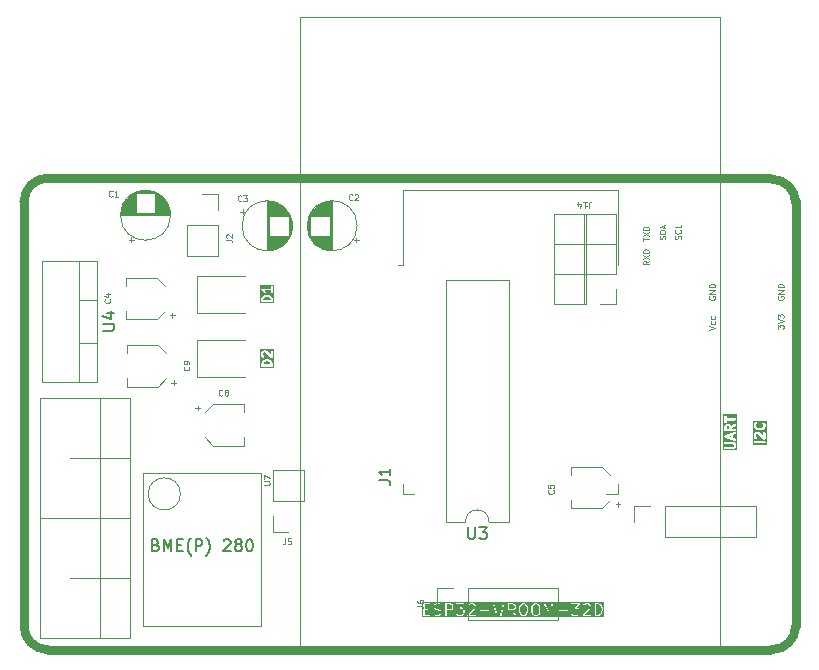
<source format=gbr>
%TF.GenerationSoftware,KiCad,Pcbnew,8.0.4*%
%TF.CreationDate,2024-07-25T22:39:38-04:00*%
%TF.ProjectId,esp32-node-board-40x65_telemetry,65737033-322d-46e6-9f64-652d626f6172,rev?*%
%TF.SameCoordinates,Original*%
%TF.FileFunction,Legend,Top*%
%TF.FilePolarity,Positive*%
%FSLAX46Y46*%
G04 Gerber Fmt 4.6, Leading zero omitted, Abs format (unit mm)*
G04 Created by KiCad (PCBNEW 8.0.4) date 2024-07-25 22:39:38*
%MOMM*%
%LPD*%
G01*
G04 APERTURE LIST*
%ADD10C,0.750000*%
%ADD11C,0.125000*%
%ADD12C,0.200000*%
%ADD13C,0.150000*%
%ADD14C,0.100000*%
%ADD15C,0.160000*%
%ADD16C,0.120000*%
G04 APERTURE END LIST*
D10*
X145250000Y-42114210D02*
X145250000Y-78085782D01*
X81914218Y-40164218D02*
X143085790Y-40164218D01*
X145250000Y-78085782D02*
G75*
G02*
X143250000Y-80085800I-2000000J-18D01*
G01*
X79914218Y-42114210D02*
X79914218Y-78085782D01*
X81914218Y-80085782D02*
G75*
G02*
X79914218Y-78085782I-18J1999982D01*
G01*
X143250000Y-40250000D02*
G75*
G02*
X145250000Y-42250000I0J-2000000D01*
G01*
X79914218Y-42164218D02*
G75*
G02*
X81914218Y-40164218I1999982J18D01*
G01*
X81914214Y-80085782D02*
X143085786Y-80085782D01*
D11*
X107716666Y-41977190D02*
X107692857Y-42001000D01*
X107692857Y-42001000D02*
X107621428Y-42024809D01*
X107621428Y-42024809D02*
X107573809Y-42024809D01*
X107573809Y-42024809D02*
X107502381Y-42001000D01*
X107502381Y-42001000D02*
X107454762Y-41953380D01*
X107454762Y-41953380D02*
X107430952Y-41905761D01*
X107430952Y-41905761D02*
X107407143Y-41810523D01*
X107407143Y-41810523D02*
X107407143Y-41739095D01*
X107407143Y-41739095D02*
X107430952Y-41643857D01*
X107430952Y-41643857D02*
X107454762Y-41596238D01*
X107454762Y-41596238D02*
X107502381Y-41548619D01*
X107502381Y-41548619D02*
X107573809Y-41524809D01*
X107573809Y-41524809D02*
X107621428Y-41524809D01*
X107621428Y-41524809D02*
X107692857Y-41548619D01*
X107692857Y-41548619D02*
X107716666Y-41572428D01*
X107907143Y-41572428D02*
X107930952Y-41548619D01*
X107930952Y-41548619D02*
X107978571Y-41524809D01*
X107978571Y-41524809D02*
X108097619Y-41524809D01*
X108097619Y-41524809D02*
X108145238Y-41548619D01*
X108145238Y-41548619D02*
X108169047Y-41572428D01*
X108169047Y-41572428D02*
X108192857Y-41620047D01*
X108192857Y-41620047D02*
X108192857Y-41667666D01*
X108192857Y-41667666D02*
X108169047Y-41739095D01*
X108169047Y-41739095D02*
X107883333Y-42024809D01*
X107883333Y-42024809D02*
X108192857Y-42024809D01*
D12*
G36*
X100666314Y-55715779D02*
G01*
X100718174Y-55741709D01*
X100766197Y-55789731D01*
X100791695Y-55866225D01*
X100791695Y-55940475D01*
X100191695Y-55940475D01*
X100191695Y-55866225D01*
X100217192Y-55789732D01*
X100265216Y-55741708D01*
X100317074Y-55715779D01*
X100446862Y-55683332D01*
X100536528Y-55683332D01*
X100666314Y-55715779D01*
G37*
G36*
X101091695Y-56240475D02*
G01*
X99891695Y-56240475D01*
X99891695Y-55849999D01*
X99991695Y-55849999D01*
X99991695Y-56040475D01*
X99993616Y-56059984D01*
X100008548Y-56096032D01*
X100036138Y-56123622D01*
X100072186Y-56138554D01*
X100091695Y-56140475D01*
X100891695Y-56140475D01*
X100911204Y-56138554D01*
X100947252Y-56123622D01*
X100974842Y-56096032D01*
X100989774Y-56059984D01*
X100991695Y-56040475D01*
X100991695Y-55849999D01*
X100990722Y-55840125D01*
X100990910Y-55837492D01*
X100990122Y-55834029D01*
X100989774Y-55830490D01*
X100988762Y-55828047D01*
X100986563Y-55818377D01*
X100948468Y-55704090D01*
X100940477Y-55686190D01*
X100938122Y-55683474D01*
X100936747Y-55680155D01*
X100924310Y-55665002D01*
X100848119Y-55588812D01*
X100840452Y-55582519D01*
X100838721Y-55580523D01*
X100835713Y-55578629D01*
X100832966Y-55576375D01*
X100830524Y-55575363D01*
X100822130Y-55570080D01*
X100745940Y-55531985D01*
X100744515Y-55531439D01*
X100743934Y-55531009D01*
X100735742Y-55528082D01*
X100727632Y-55524979D01*
X100726911Y-55524927D01*
X100725473Y-55524414D01*
X100573092Y-55486318D01*
X100569710Y-55485817D01*
X100568347Y-55485253D01*
X100560998Y-55484529D01*
X100553700Y-55483450D01*
X100552241Y-55483667D01*
X100548838Y-55483332D01*
X100434552Y-55483332D01*
X100431148Y-55483667D01*
X100429690Y-55483450D01*
X100422391Y-55484529D01*
X100415043Y-55485253D01*
X100413679Y-55485817D01*
X100410298Y-55486318D01*
X100257917Y-55524414D01*
X100256478Y-55524927D01*
X100255759Y-55524979D01*
X100247656Y-55528079D01*
X100239456Y-55531009D01*
X100238874Y-55531439D01*
X100237450Y-55531985D01*
X100161259Y-55570080D01*
X100152862Y-55575365D01*
X100150423Y-55576376D01*
X100147676Y-55578629D01*
X100144669Y-55580523D01*
X100142938Y-55582517D01*
X100135269Y-55588812D01*
X100059079Y-55665002D01*
X100046643Y-55680156D01*
X100045268Y-55683474D01*
X100042913Y-55686190D01*
X100034922Y-55704090D01*
X99996827Y-55818376D01*
X99994627Y-55828047D01*
X99993616Y-55830490D01*
X99993267Y-55834028D01*
X99992480Y-55837492D01*
X99992667Y-55840125D01*
X99991695Y-55849999D01*
X99891695Y-55849999D01*
X99891695Y-54973809D01*
X99991695Y-54973809D01*
X99991695Y-55164285D01*
X99993616Y-55183794D01*
X99994991Y-55187114D01*
X99995246Y-55190698D01*
X100002252Y-55209006D01*
X100040347Y-55285196D01*
X100045631Y-55293592D01*
X100046642Y-55296031D01*
X100048895Y-55298776D01*
X100050790Y-55301787D01*
X100052786Y-55303518D01*
X100059078Y-55311185D01*
X100097173Y-55349281D01*
X100112326Y-55361717D01*
X100148375Y-55376649D01*
X100187393Y-55376650D01*
X100223441Y-55361719D01*
X100251031Y-55334129D01*
X100265963Y-55298081D01*
X100265964Y-55259063D01*
X100251033Y-55223015D01*
X100238596Y-55207861D01*
X100211975Y-55181239D01*
X100191695Y-55140678D01*
X100191695Y-54997415D01*
X100211975Y-54956854D01*
X100227120Y-54941708D01*
X100267683Y-54921428D01*
X100304039Y-54921428D01*
X100380532Y-54946925D01*
X100820984Y-55387377D01*
X100836138Y-55399813D01*
X100872186Y-55414745D01*
X100911204Y-55414745D01*
X100947252Y-55399813D01*
X100974842Y-55372223D01*
X100989774Y-55336175D01*
X100991695Y-55316666D01*
X100991695Y-54821428D01*
X100989774Y-54801919D01*
X100974842Y-54765871D01*
X100947252Y-54738281D01*
X100911204Y-54723349D01*
X100872186Y-54723349D01*
X100836138Y-54738281D01*
X100808548Y-54765871D01*
X100793616Y-54801919D01*
X100791695Y-54821428D01*
X100791695Y-55075244D01*
X100505263Y-54788812D01*
X100490109Y-54776376D01*
X100486790Y-54775001D01*
X100484075Y-54772646D01*
X100466175Y-54764655D01*
X100351889Y-54726560D01*
X100342217Y-54724360D01*
X100339775Y-54723349D01*
X100336236Y-54723000D01*
X100332773Y-54722213D01*
X100330139Y-54722400D01*
X100320266Y-54721428D01*
X100244076Y-54721428D01*
X100224567Y-54723349D01*
X100221246Y-54724724D01*
X100217664Y-54724979D01*
X100199355Y-54731985D01*
X100123164Y-54770080D01*
X100114768Y-54775364D01*
X100112327Y-54776376D01*
X100109579Y-54778631D01*
X100106574Y-54780523D01*
X100104843Y-54782518D01*
X100097174Y-54788813D01*
X100059079Y-54826907D01*
X100052784Y-54834576D01*
X100050790Y-54836307D01*
X100048896Y-54839314D01*
X100046643Y-54842061D01*
X100045632Y-54844500D01*
X100040347Y-54852897D01*
X100002252Y-54929088D01*
X99995246Y-54947397D01*
X99994991Y-54950979D01*
X99993616Y-54954300D01*
X99991695Y-54973809D01*
X99891695Y-54973809D01*
X99891695Y-54621428D01*
X101091695Y-54621428D01*
X101091695Y-56240475D01*
G37*
D11*
X87177190Y-50433333D02*
X87201000Y-50457142D01*
X87201000Y-50457142D02*
X87224809Y-50528571D01*
X87224809Y-50528571D02*
X87224809Y-50576190D01*
X87224809Y-50576190D02*
X87201000Y-50647618D01*
X87201000Y-50647618D02*
X87153380Y-50695237D01*
X87153380Y-50695237D02*
X87105761Y-50719047D01*
X87105761Y-50719047D02*
X87010523Y-50742856D01*
X87010523Y-50742856D02*
X86939095Y-50742856D01*
X86939095Y-50742856D02*
X86843857Y-50719047D01*
X86843857Y-50719047D02*
X86796238Y-50695237D01*
X86796238Y-50695237D02*
X86748619Y-50647618D01*
X86748619Y-50647618D02*
X86724809Y-50576190D01*
X86724809Y-50576190D02*
X86724809Y-50528571D01*
X86724809Y-50528571D02*
X86748619Y-50457142D01*
X86748619Y-50457142D02*
X86772428Y-50433333D01*
X86891476Y-50004761D02*
X87224809Y-50004761D01*
X86701000Y-50123809D02*
X87058142Y-50242856D01*
X87058142Y-50242856D02*
X87058142Y-49933333D01*
D13*
X109944819Y-65753333D02*
X110659104Y-65753333D01*
X110659104Y-65753333D02*
X110801961Y-65800952D01*
X110801961Y-65800952D02*
X110897200Y-65896190D01*
X110897200Y-65896190D02*
X110944819Y-66039047D01*
X110944819Y-66039047D02*
X110944819Y-66134285D01*
X110944819Y-64753333D02*
X110944819Y-65324761D01*
X110944819Y-65039047D02*
X109944819Y-65039047D01*
X109944819Y-65039047D02*
X110087676Y-65134285D01*
X110087676Y-65134285D02*
X110182914Y-65229523D01*
X110182914Y-65229523D02*
X110230533Y-65324761D01*
D14*
G36*
X122373314Y-76271131D02*
G01*
X122453020Y-76350837D01*
X122495788Y-76521907D01*
X122495788Y-76842930D01*
X122453020Y-77013999D01*
X122373312Y-77093708D01*
X122295890Y-77132419D01*
X122129021Y-77132419D01*
X122051598Y-77093707D01*
X121971889Y-77013998D01*
X121929122Y-76842930D01*
X121929122Y-76521907D01*
X121971889Y-76350837D01*
X122051595Y-76271131D01*
X122129021Y-76232419D01*
X122295890Y-76232419D01*
X122373314Y-76271131D01*
G37*
G36*
X123420933Y-76271131D02*
G01*
X123500639Y-76350837D01*
X123543407Y-76521907D01*
X123543407Y-76842930D01*
X123500639Y-77013999D01*
X123420931Y-77093708D01*
X123343509Y-77132419D01*
X123176640Y-77132419D01*
X123099217Y-77093707D01*
X123019508Y-77013998D01*
X122976741Y-76842930D01*
X122976741Y-76521907D01*
X123019508Y-76350837D01*
X123099214Y-76271131D01*
X123176640Y-76232419D01*
X123343509Y-76232419D01*
X123420933Y-76271131D01*
G37*
G36*
X128661636Y-76273739D02*
G01*
X128742789Y-76354892D01*
X128784326Y-76437966D01*
X128829121Y-76617145D01*
X128829121Y-76747692D01*
X128784326Y-76926870D01*
X128742789Y-77009944D01*
X128661635Y-77091098D01*
X128537675Y-77132419D01*
X128357693Y-77132419D01*
X128357693Y-76232419D01*
X128537675Y-76232419D01*
X128661636Y-76273739D01*
G37*
G36*
X121373313Y-76271130D02*
G01*
X121409457Y-76307275D01*
X121448169Y-76384698D01*
X121448169Y-76503948D01*
X121409457Y-76581371D01*
X121373313Y-76617516D01*
X121295890Y-76656228D01*
X120976741Y-76656228D01*
X120976741Y-76232419D01*
X121295890Y-76232419D01*
X121373313Y-76271130D01*
G37*
G36*
X116087599Y-76271130D02*
G01*
X116123743Y-76307275D01*
X116162455Y-76384698D01*
X116162455Y-76503948D01*
X116123743Y-76581371D01*
X116087599Y-76617516D01*
X116010176Y-76656228D01*
X115691027Y-76656228D01*
X115691027Y-76232419D01*
X116010176Y-76232419D01*
X116087599Y-76271130D01*
G37*
G36*
X129040232Y-77343530D02*
G01*
X113622773Y-77343530D01*
X113622773Y-76182419D01*
X113733884Y-76182419D01*
X113733884Y-77182419D01*
X113737690Y-77201553D01*
X113764750Y-77228613D01*
X113783884Y-77232419D01*
X114260074Y-77232419D01*
X114279208Y-77228613D01*
X114306268Y-77201553D01*
X114306268Y-77163285D01*
X114279208Y-77136225D01*
X114260074Y-77132419D01*
X113833884Y-77132419D01*
X113833884Y-76708609D01*
X114117217Y-76708609D01*
X114136351Y-76704803D01*
X114163411Y-76677743D01*
X114163411Y-76639475D01*
X114136351Y-76612415D01*
X114117217Y-76608609D01*
X113833884Y-76608609D01*
X113833884Y-76372895D01*
X114591027Y-76372895D01*
X114591027Y-76468133D01*
X114591515Y-76470589D01*
X114591153Y-76471678D01*
X114593269Y-76479405D01*
X114594833Y-76487267D01*
X114595644Y-76488078D01*
X114596306Y-76490494D01*
X114643924Y-76585731D01*
X114648839Y-76592064D01*
X114653291Y-76598726D01*
X114700909Y-76646345D01*
X114707575Y-76650799D01*
X114713904Y-76655711D01*
X114809142Y-76703330D01*
X114814423Y-76704776D01*
X114819376Y-76707116D01*
X115004528Y-76753404D01*
X115087599Y-76794939D01*
X115123743Y-76831084D01*
X115162455Y-76908507D01*
X115162455Y-76980138D01*
X115123743Y-77057561D01*
X115087597Y-77093708D01*
X115010176Y-77132419D01*
X114791997Y-77132419D01*
X114656838Y-77087366D01*
X114637483Y-77084926D01*
X114603254Y-77102040D01*
X114591153Y-77138344D01*
X114608267Y-77172573D01*
X114625216Y-77182234D01*
X114768072Y-77229853D01*
X114776022Y-77230855D01*
X114783884Y-77232419D01*
X115021979Y-77232419D01*
X115024435Y-77231930D01*
X115025524Y-77232293D01*
X115033251Y-77230176D01*
X115041113Y-77228613D01*
X115041924Y-77227801D01*
X115044340Y-77227140D01*
X115139577Y-77179522D01*
X115145904Y-77174611D01*
X115152573Y-77170155D01*
X115200192Y-77122535D01*
X115204645Y-77115869D01*
X115209557Y-77109541D01*
X115257176Y-77014303D01*
X115257837Y-77011887D01*
X115258649Y-77011076D01*
X115260212Y-77003214D01*
X115262329Y-76995487D01*
X115261966Y-76994398D01*
X115262455Y-76991942D01*
X115262455Y-76896704D01*
X115261966Y-76894247D01*
X115262329Y-76893159D01*
X115260212Y-76885431D01*
X115258649Y-76877570D01*
X115257837Y-76876758D01*
X115257176Y-76874343D01*
X115209557Y-76779105D01*
X115204645Y-76772776D01*
X115200191Y-76766110D01*
X115152572Y-76718492D01*
X115145910Y-76714040D01*
X115139577Y-76709125D01*
X115044340Y-76661507D01*
X115039058Y-76660060D01*
X115034106Y-76657721D01*
X114848955Y-76611433D01*
X114765883Y-76569897D01*
X114729738Y-76533753D01*
X114691027Y-76456330D01*
X114691027Y-76384698D01*
X114729738Y-76307274D01*
X114765883Y-76271130D01*
X114843307Y-76232419D01*
X115061485Y-76232419D01*
X115196643Y-76277472D01*
X115215999Y-76279912D01*
X115250227Y-76262798D01*
X115262329Y-76226494D01*
X115245214Y-76192265D01*
X115228266Y-76182604D01*
X115227711Y-76182419D01*
X115591027Y-76182419D01*
X115591027Y-77182419D01*
X115594833Y-77201553D01*
X115621893Y-77228613D01*
X115660161Y-77228613D01*
X115687221Y-77201553D01*
X115691027Y-77182419D01*
X115691027Y-76756228D01*
X116021979Y-76756228D01*
X116024435Y-76755739D01*
X116025524Y-76756102D01*
X116033251Y-76753985D01*
X116041113Y-76752422D01*
X116041924Y-76751610D01*
X116044340Y-76750949D01*
X116139577Y-76703331D01*
X116145910Y-76698415D01*
X116152572Y-76693964D01*
X116200191Y-76646346D01*
X116204645Y-76639679D01*
X116209557Y-76633351D01*
X116257176Y-76538113D01*
X116257837Y-76535697D01*
X116258649Y-76534886D01*
X116260212Y-76527024D01*
X116262329Y-76519297D01*
X116261966Y-76518208D01*
X116262455Y-76515752D01*
X116262455Y-76372895D01*
X116261966Y-76370438D01*
X116262329Y-76369350D01*
X116260212Y-76361622D01*
X116258649Y-76353761D01*
X116257837Y-76352949D01*
X116257176Y-76350534D01*
X116209557Y-76255296D01*
X116204645Y-76248967D01*
X116200191Y-76242301D01*
X116152572Y-76194683D01*
X116145910Y-76190231D01*
X116139577Y-76185316D01*
X116095515Y-76163285D01*
X116499595Y-76163285D01*
X116499595Y-76201553D01*
X116526655Y-76228613D01*
X116545789Y-76232419D01*
X117054648Y-76232419D01*
X116793874Y-76530446D01*
X116786779Y-76542766D01*
X116785309Y-76544237D01*
X116785309Y-76545320D01*
X116784139Y-76547352D01*
X116785309Y-76564906D01*
X116785309Y-76582505D01*
X116786565Y-76583761D01*
X116786684Y-76585536D01*
X116799928Y-76597124D01*
X116812369Y-76609565D01*
X116814669Y-76610022D01*
X116815484Y-76610735D01*
X116817556Y-76610596D01*
X116831503Y-76613371D01*
X116962557Y-76613371D01*
X117039980Y-76652082D01*
X117076124Y-76688227D01*
X117114836Y-76765650D01*
X117114836Y-76980138D01*
X117076124Y-77057561D01*
X117039978Y-77093708D01*
X116962557Y-77132419D01*
X116700450Y-77132419D01*
X116623027Y-77093708D01*
X116581145Y-77051825D01*
X116564924Y-77040986D01*
X116526655Y-77040986D01*
X116499595Y-77068045D01*
X116499595Y-77106314D01*
X116510433Y-77122535D01*
X116558052Y-77170155D01*
X116564718Y-77174609D01*
X116571047Y-77179521D01*
X116666285Y-77227140D01*
X116668700Y-77227801D01*
X116669512Y-77228613D01*
X116677373Y-77230176D01*
X116685101Y-77232293D01*
X116686189Y-77231930D01*
X116688646Y-77232419D01*
X116974360Y-77232419D01*
X116976816Y-77231930D01*
X116977905Y-77232293D01*
X116985632Y-77230176D01*
X116993494Y-77228613D01*
X116994305Y-77227801D01*
X116996721Y-77227140D01*
X117091958Y-77179522D01*
X117098285Y-77174611D01*
X117104954Y-77170155D01*
X117111824Y-77163285D01*
X117451976Y-77163285D01*
X117451976Y-77201553D01*
X117479036Y-77228613D01*
X117498170Y-77232419D01*
X118117217Y-77232419D01*
X118136351Y-77228613D01*
X118163411Y-77201553D01*
X118163411Y-77163285D01*
X118136351Y-77136225D01*
X118117217Y-77132419D01*
X117618880Y-77132419D01*
X117968966Y-76782332D01*
X118499595Y-76782332D01*
X118499595Y-76820600D01*
X118526655Y-76847660D01*
X118545789Y-76851466D01*
X119307694Y-76851466D01*
X119326828Y-76847660D01*
X119353888Y-76820600D01*
X119353888Y-76782332D01*
X119326828Y-76755272D01*
X119307694Y-76751466D01*
X118545789Y-76751466D01*
X118526655Y-76755272D01*
X118499595Y-76782332D01*
X117968966Y-76782332D01*
X118104953Y-76646345D01*
X118106343Y-76644263D01*
X118107371Y-76643750D01*
X118111341Y-76636784D01*
X118115792Y-76630124D01*
X118115792Y-76628976D01*
X118117032Y-76626801D01*
X118164651Y-76483945D01*
X118165653Y-76475994D01*
X118167217Y-76468133D01*
X118167217Y-76372895D01*
X118166728Y-76370438D01*
X118167091Y-76369350D01*
X118164974Y-76361622D01*
X118163411Y-76353761D01*
X118162599Y-76352949D01*
X118161938Y-76350534D01*
X118114319Y-76255296D01*
X118109407Y-76248967D01*
X118104953Y-76242301D01*
X118057334Y-76194683D01*
X118050672Y-76190231D01*
X118044339Y-76185316D01*
X118022717Y-76174505D01*
X119639276Y-76174505D01*
X119640006Y-76194000D01*
X119878101Y-77194000D01*
X119886235Y-77211732D01*
X119892604Y-77215651D01*
X119896351Y-77222123D01*
X119908296Y-77225308D01*
X119918827Y-77231789D01*
X119926102Y-77230056D01*
X119933326Y-77231983D01*
X119944024Y-77225789D01*
X119956054Y-77222925D01*
X119959973Y-77216555D01*
X119966445Y-77212809D01*
X119975053Y-77195302D01*
X120117217Y-76662186D01*
X120259381Y-77195302D01*
X120267989Y-77212810D01*
X120274461Y-77216557D01*
X120278380Y-77222925D01*
X120290406Y-77225788D01*
X120301108Y-77231984D01*
X120308333Y-77230057D01*
X120315607Y-77231789D01*
X120326136Y-77225308D01*
X120338083Y-77222123D01*
X120341829Y-77215651D01*
X120348199Y-77211732D01*
X120356333Y-77194000D01*
X120594429Y-76194000D01*
X120594863Y-76182419D01*
X120876741Y-76182419D01*
X120876741Y-77182419D01*
X120880547Y-77201553D01*
X120907607Y-77228613D01*
X120945875Y-77228613D01*
X120972935Y-77201553D01*
X120976741Y-77182419D01*
X120976741Y-76756228D01*
X121138803Y-76756228D01*
X121457207Y-77211092D01*
X121471298Y-77224585D01*
X121508984Y-77231235D01*
X121540335Y-77209290D01*
X121546985Y-77171604D01*
X121539131Y-77153746D01*
X121260869Y-76756228D01*
X121307693Y-76756228D01*
X121310149Y-76755739D01*
X121311238Y-76756102D01*
X121318965Y-76753985D01*
X121326827Y-76752422D01*
X121327638Y-76751610D01*
X121330054Y-76750949D01*
X121425291Y-76703331D01*
X121431624Y-76698415D01*
X121438286Y-76693964D01*
X121485905Y-76646346D01*
X121490359Y-76639679D01*
X121495271Y-76633351D01*
X121542890Y-76538113D01*
X121543551Y-76535697D01*
X121544363Y-76534886D01*
X121545926Y-76527024D01*
X121548043Y-76519297D01*
X121547680Y-76518208D01*
X121548169Y-76515752D01*
X121829122Y-76515752D01*
X121829122Y-76849085D01*
X121830317Y-76855094D01*
X121830615Y-76861212D01*
X121878234Y-77051688D01*
X121880547Y-77056584D01*
X121880547Y-77058695D01*
X121883951Y-77063790D01*
X121886567Y-77069327D01*
X121888375Y-77070412D01*
X121891385Y-77074916D01*
X121986624Y-77170155D01*
X121993283Y-77174605D01*
X121999618Y-77179521D01*
X122094856Y-77227140D01*
X122097271Y-77227801D01*
X122098083Y-77228613D01*
X122105944Y-77230176D01*
X122113672Y-77232293D01*
X122114760Y-77231930D01*
X122117217Y-77232419D01*
X122307693Y-77232419D01*
X122310149Y-77231930D01*
X122311238Y-77232293D01*
X122318965Y-77230176D01*
X122326827Y-77228613D01*
X122327638Y-77227801D01*
X122330054Y-77227140D01*
X122425291Y-77179522D01*
X122431618Y-77174611D01*
X122438287Y-77170155D01*
X122533525Y-77074916D01*
X122536534Y-77070412D01*
X122538343Y-77069327D01*
X122540958Y-77063790D01*
X122544363Y-77058695D01*
X122544363Y-77056584D01*
X122546676Y-77051688D01*
X122594295Y-76861212D01*
X122594592Y-76855094D01*
X122595788Y-76849085D01*
X122595788Y-76515752D01*
X122876741Y-76515752D01*
X122876741Y-76849085D01*
X122877936Y-76855094D01*
X122878234Y-76861212D01*
X122925853Y-77051688D01*
X122928166Y-77056584D01*
X122928166Y-77058695D01*
X122931570Y-77063790D01*
X122934186Y-77069327D01*
X122935994Y-77070412D01*
X122939004Y-77074916D01*
X123034243Y-77170155D01*
X123040902Y-77174605D01*
X123047237Y-77179521D01*
X123142475Y-77227140D01*
X123144890Y-77227801D01*
X123145702Y-77228613D01*
X123153563Y-77230176D01*
X123161291Y-77232293D01*
X123162379Y-77231930D01*
X123164836Y-77232419D01*
X123355312Y-77232419D01*
X123357768Y-77231930D01*
X123358857Y-77232293D01*
X123366584Y-77230176D01*
X123374446Y-77228613D01*
X123375257Y-77227801D01*
X123377673Y-77227140D01*
X123472910Y-77179522D01*
X123479237Y-77174611D01*
X123485906Y-77170155D01*
X123581144Y-77074916D01*
X123584153Y-77070412D01*
X123585962Y-77069327D01*
X123588577Y-77063790D01*
X123591982Y-77058695D01*
X123591982Y-77056584D01*
X123594295Y-77051688D01*
X123641914Y-76861212D01*
X123642211Y-76855094D01*
X123643407Y-76849085D01*
X123643407Y-76515752D01*
X123642211Y-76509742D01*
X123641914Y-76503625D01*
X123594295Y-76313149D01*
X123591982Y-76308252D01*
X123591982Y-76306142D01*
X123588578Y-76301048D01*
X123585962Y-76295510D01*
X123584151Y-76294423D01*
X123581143Y-76289921D01*
X123485905Y-76194683D01*
X123479243Y-76190231D01*
X123472910Y-76185316D01*
X123467116Y-76182419D01*
X123971979Y-76182419D01*
X123971979Y-77182419D01*
X123975785Y-77201553D01*
X124002845Y-77228613D01*
X124041113Y-77228613D01*
X124068173Y-77201553D01*
X124071979Y-77182419D01*
X124071979Y-76407796D01*
X124310003Y-76917849D01*
X124317625Y-76928238D01*
X124318438Y-76930473D01*
X124319695Y-76931059D01*
X124321543Y-76933578D01*
X124337615Y-76939422D01*
X124353116Y-76946656D01*
X124355312Y-76945857D01*
X124357508Y-76946656D01*
X124373008Y-76939422D01*
X124389081Y-76933578D01*
X124390928Y-76931059D01*
X124392186Y-76930473D01*
X124392998Y-76928237D01*
X124400621Y-76917848D01*
X124638645Y-76407796D01*
X124638645Y-77182419D01*
X124642451Y-77201553D01*
X124669511Y-77228613D01*
X124707779Y-77228613D01*
X124734839Y-77201553D01*
X124738645Y-77182419D01*
X124738645Y-76782332D01*
X125118642Y-76782332D01*
X125118642Y-76820600D01*
X125145702Y-76847660D01*
X125164836Y-76851466D01*
X125926741Y-76851466D01*
X125945875Y-76847660D01*
X125972935Y-76820600D01*
X125972935Y-76782332D01*
X125945875Y-76755272D01*
X125926741Y-76751466D01*
X125164836Y-76751466D01*
X125145702Y-76755272D01*
X125118642Y-76782332D01*
X124738645Y-76782332D01*
X124738645Y-76182419D01*
X124734839Y-76163285D01*
X126261499Y-76163285D01*
X126261499Y-76201553D01*
X126288559Y-76228613D01*
X126307693Y-76232419D01*
X126816552Y-76232419D01*
X126555778Y-76530446D01*
X126548683Y-76542766D01*
X126547213Y-76544237D01*
X126547213Y-76545320D01*
X126546043Y-76547352D01*
X126547213Y-76564906D01*
X126547213Y-76582505D01*
X126548469Y-76583761D01*
X126548588Y-76585536D01*
X126561832Y-76597124D01*
X126574273Y-76609565D01*
X126576573Y-76610022D01*
X126577388Y-76610735D01*
X126579460Y-76610596D01*
X126593407Y-76613371D01*
X126724461Y-76613371D01*
X126801884Y-76652082D01*
X126838028Y-76688227D01*
X126876740Y-76765650D01*
X126876740Y-76980138D01*
X126838028Y-77057561D01*
X126801882Y-77093708D01*
X126724461Y-77132419D01*
X126462354Y-77132419D01*
X126384931Y-77093708D01*
X126343049Y-77051825D01*
X126326828Y-77040986D01*
X126288559Y-77040986D01*
X126261499Y-77068045D01*
X126261499Y-77106314D01*
X126272337Y-77122535D01*
X126319956Y-77170155D01*
X126326622Y-77174609D01*
X126332951Y-77179521D01*
X126428189Y-77227140D01*
X126430604Y-77227801D01*
X126431416Y-77228613D01*
X126439277Y-77230176D01*
X126447005Y-77232293D01*
X126448093Y-77231930D01*
X126450550Y-77232419D01*
X126736264Y-77232419D01*
X126738720Y-77231930D01*
X126739809Y-77232293D01*
X126747536Y-77230176D01*
X126755398Y-77228613D01*
X126756209Y-77227801D01*
X126758625Y-77227140D01*
X126853862Y-77179522D01*
X126860189Y-77174611D01*
X126866858Y-77170155D01*
X126873728Y-77163285D01*
X127213880Y-77163285D01*
X127213880Y-77201553D01*
X127240940Y-77228613D01*
X127260074Y-77232419D01*
X127879121Y-77232419D01*
X127898255Y-77228613D01*
X127925315Y-77201553D01*
X127925315Y-77163285D01*
X127898255Y-77136225D01*
X127879121Y-77132419D01*
X127380784Y-77132419D01*
X127866857Y-76646345D01*
X127868247Y-76644263D01*
X127869275Y-76643750D01*
X127873245Y-76636784D01*
X127877696Y-76630124D01*
X127877696Y-76628976D01*
X127878936Y-76626801D01*
X127926555Y-76483945D01*
X127927557Y-76475994D01*
X127929121Y-76468133D01*
X127929121Y-76372895D01*
X127928632Y-76370438D01*
X127928995Y-76369350D01*
X127926878Y-76361622D01*
X127925315Y-76353761D01*
X127924503Y-76352949D01*
X127923842Y-76350534D01*
X127876223Y-76255296D01*
X127871311Y-76248967D01*
X127866857Y-76242301D01*
X127819238Y-76194683D01*
X127812576Y-76190231D01*
X127806243Y-76185316D01*
X127800449Y-76182419D01*
X128257693Y-76182419D01*
X128257693Y-77182419D01*
X128261499Y-77201553D01*
X128288559Y-77228613D01*
X128307693Y-77232419D01*
X128545788Y-77232419D01*
X128553650Y-77230855D01*
X128561599Y-77229853D01*
X128704456Y-77182234D01*
X128706631Y-77180994D01*
X128707780Y-77180994D01*
X128714450Y-77176536D01*
X128721404Y-77172573D01*
X128721916Y-77171547D01*
X128724001Y-77170155D01*
X128819239Y-77074916D01*
X128823692Y-77068250D01*
X128828604Y-77061922D01*
X128876223Y-76966684D01*
X128877669Y-76961402D01*
X128880009Y-76956450D01*
X128927628Y-76765974D01*
X128927925Y-76759856D01*
X128929121Y-76753847D01*
X128929121Y-76610990D01*
X128927925Y-76604980D01*
X128927628Y-76598863D01*
X128880009Y-76408387D01*
X128877669Y-76403434D01*
X128876223Y-76398153D01*
X128828604Y-76302915D01*
X128823688Y-76296580D01*
X128819238Y-76289921D01*
X128724000Y-76194683D01*
X128721917Y-76193291D01*
X128721404Y-76192265D01*
X128714443Y-76188297D01*
X128707779Y-76183844D01*
X128706631Y-76183844D01*
X128704456Y-76182604D01*
X128561599Y-76134985D01*
X128553650Y-76133982D01*
X128545788Y-76132419D01*
X128307693Y-76132419D01*
X128288559Y-76136225D01*
X128261499Y-76163285D01*
X128257693Y-76182419D01*
X127800449Y-76182419D01*
X127711006Y-76137698D01*
X127708590Y-76137036D01*
X127707779Y-76136225D01*
X127699917Y-76134661D01*
X127692190Y-76132545D01*
X127691101Y-76132907D01*
X127688645Y-76132419D01*
X127450550Y-76132419D01*
X127448093Y-76132907D01*
X127447005Y-76132545D01*
X127439277Y-76134661D01*
X127431416Y-76136225D01*
X127430604Y-76137036D01*
X127428189Y-76137698D01*
X127332951Y-76185317D01*
X127326622Y-76190228D01*
X127319956Y-76194683D01*
X127272338Y-76242302D01*
X127261499Y-76258523D01*
X127261499Y-76296791D01*
X127288559Y-76323851D01*
X127326827Y-76323851D01*
X127343048Y-76313012D01*
X127384930Y-76271130D01*
X127462354Y-76232419D01*
X127676842Y-76232419D01*
X127754265Y-76271130D01*
X127790409Y-76307275D01*
X127829121Y-76384698D01*
X127829121Y-76460020D01*
X127787800Y-76583981D01*
X127224719Y-77147064D01*
X127213880Y-77163285D01*
X126873728Y-77163285D01*
X126914477Y-77122535D01*
X126918930Y-77115869D01*
X126923842Y-77109541D01*
X126971461Y-77014303D01*
X126972122Y-77011887D01*
X126972934Y-77011076D01*
X126974497Y-77003214D01*
X126976614Y-76995487D01*
X126976251Y-76994398D01*
X126976740Y-76991942D01*
X126976740Y-76753847D01*
X126976251Y-76751390D01*
X126976614Y-76750302D01*
X126974497Y-76742574D01*
X126972934Y-76734713D01*
X126972122Y-76733901D01*
X126971461Y-76731486D01*
X126923842Y-76636248D01*
X126918930Y-76629919D01*
X126914476Y-76623253D01*
X126866857Y-76575635D01*
X126860195Y-76571183D01*
X126853862Y-76566268D01*
X126758625Y-76518650D01*
X126756209Y-76517988D01*
X126755398Y-76517177D01*
X126747536Y-76515613D01*
X126739809Y-76513497D01*
X126738720Y-76513859D01*
X126736264Y-76513371D01*
X126703595Y-76513371D01*
X126964369Y-76215344D01*
X126971463Y-76203023D01*
X126972934Y-76201553D01*
X126972934Y-76200469D01*
X126974104Y-76198438D01*
X126972934Y-76180883D01*
X126972934Y-76163285D01*
X126971677Y-76162028D01*
X126971559Y-76160254D01*
X126958314Y-76148665D01*
X126945874Y-76136225D01*
X126943573Y-76135767D01*
X126942759Y-76135055D01*
X126940686Y-76135193D01*
X126926740Y-76132419D01*
X126307693Y-76132419D01*
X126288559Y-76136225D01*
X126261499Y-76163285D01*
X124734839Y-76163285D01*
X124728556Y-76157002D01*
X124725519Y-76148650D01*
X124715553Y-76143999D01*
X124707779Y-76136225D01*
X124698894Y-76136225D01*
X124690841Y-76132467D01*
X124680506Y-76136225D01*
X124669511Y-76136225D01*
X124663228Y-76142507D01*
X124654876Y-76145545D01*
X124643336Y-76161274D01*
X124355311Y-76778469D01*
X124067288Y-76161275D01*
X124055748Y-76145545D01*
X124047395Y-76142507D01*
X124041113Y-76136225D01*
X124030118Y-76136225D01*
X124019783Y-76132467D01*
X124011730Y-76136225D01*
X124002845Y-76136225D01*
X123995070Y-76143999D01*
X123985105Y-76148650D01*
X123982067Y-76157002D01*
X123975785Y-76163285D01*
X123971979Y-76182419D01*
X123467116Y-76182419D01*
X123377673Y-76137698D01*
X123375257Y-76137036D01*
X123374446Y-76136225D01*
X123366584Y-76134661D01*
X123358857Y-76132545D01*
X123357768Y-76132907D01*
X123355312Y-76132419D01*
X123164836Y-76132419D01*
X123162379Y-76132907D01*
X123161291Y-76132545D01*
X123153563Y-76134661D01*
X123145702Y-76136225D01*
X123144890Y-76137036D01*
X123142475Y-76137698D01*
X123047237Y-76185317D01*
X123040902Y-76190232D01*
X123034243Y-76194683D01*
X122939005Y-76289921D01*
X122935996Y-76294423D01*
X122934186Y-76295510D01*
X122931569Y-76301048D01*
X122928166Y-76306142D01*
X122928166Y-76308252D01*
X122925853Y-76313149D01*
X122878234Y-76503625D01*
X122877936Y-76509742D01*
X122876741Y-76515752D01*
X122595788Y-76515752D01*
X122594592Y-76509742D01*
X122594295Y-76503625D01*
X122546676Y-76313149D01*
X122544363Y-76308252D01*
X122544363Y-76306142D01*
X122540959Y-76301048D01*
X122538343Y-76295510D01*
X122536532Y-76294423D01*
X122533524Y-76289921D01*
X122438286Y-76194683D01*
X122431624Y-76190231D01*
X122425291Y-76185316D01*
X122330054Y-76137698D01*
X122327638Y-76137036D01*
X122326827Y-76136225D01*
X122318965Y-76134661D01*
X122311238Y-76132545D01*
X122310149Y-76132907D01*
X122307693Y-76132419D01*
X122117217Y-76132419D01*
X122114760Y-76132907D01*
X122113672Y-76132545D01*
X122105944Y-76134661D01*
X122098083Y-76136225D01*
X122097271Y-76137036D01*
X122094856Y-76137698D01*
X121999618Y-76185317D01*
X121993283Y-76190232D01*
X121986624Y-76194683D01*
X121891386Y-76289921D01*
X121888377Y-76294423D01*
X121886567Y-76295510D01*
X121883950Y-76301048D01*
X121880547Y-76306142D01*
X121880547Y-76308252D01*
X121878234Y-76313149D01*
X121830615Y-76503625D01*
X121830317Y-76509742D01*
X121829122Y-76515752D01*
X121548169Y-76515752D01*
X121548169Y-76372895D01*
X121547680Y-76370438D01*
X121548043Y-76369350D01*
X121545926Y-76361622D01*
X121544363Y-76353761D01*
X121543551Y-76352949D01*
X121542890Y-76350534D01*
X121495271Y-76255296D01*
X121490359Y-76248967D01*
X121485905Y-76242301D01*
X121438286Y-76194683D01*
X121431624Y-76190231D01*
X121425291Y-76185316D01*
X121330054Y-76137698D01*
X121327638Y-76137036D01*
X121326827Y-76136225D01*
X121318965Y-76134661D01*
X121311238Y-76132545D01*
X121310149Y-76132907D01*
X121307693Y-76132419D01*
X120926741Y-76132419D01*
X120907607Y-76136225D01*
X120880547Y-76163285D01*
X120876741Y-76182419D01*
X120594863Y-76182419D01*
X120595159Y-76174505D01*
X120575102Y-76141913D01*
X120537875Y-76133049D01*
X120505283Y-76153106D01*
X120497149Y-76170838D01*
X120304948Y-76978075D01*
X120165529Y-76455250D01*
X120156921Y-76437743D01*
X120151022Y-76434327D01*
X120147607Y-76428429D01*
X120135047Y-76425079D01*
X120123802Y-76418569D01*
X120117218Y-76420324D01*
X120110632Y-76418568D01*
X120099382Y-76425080D01*
X120086827Y-76428429D01*
X120083412Y-76434326D01*
X120077513Y-76437742D01*
X120068905Y-76455250D01*
X119929485Y-76978075D01*
X119737286Y-76170838D01*
X119729152Y-76153106D01*
X119696560Y-76133049D01*
X119659333Y-76141913D01*
X119639276Y-76174505D01*
X118022717Y-76174505D01*
X117949102Y-76137698D01*
X117946686Y-76137036D01*
X117945875Y-76136225D01*
X117938013Y-76134661D01*
X117930286Y-76132545D01*
X117929197Y-76132907D01*
X117926741Y-76132419D01*
X117688646Y-76132419D01*
X117686189Y-76132907D01*
X117685101Y-76132545D01*
X117677373Y-76134661D01*
X117669512Y-76136225D01*
X117668700Y-76137036D01*
X117666285Y-76137698D01*
X117571047Y-76185317D01*
X117564718Y-76190228D01*
X117558052Y-76194683D01*
X117510434Y-76242302D01*
X117499595Y-76258523D01*
X117499595Y-76296791D01*
X117526655Y-76323851D01*
X117564923Y-76323851D01*
X117581144Y-76313012D01*
X117623026Y-76271130D01*
X117700450Y-76232419D01*
X117914938Y-76232419D01*
X117992361Y-76271130D01*
X118028505Y-76307275D01*
X118067217Y-76384698D01*
X118067217Y-76460020D01*
X118025896Y-76583981D01*
X117462815Y-77147064D01*
X117451976Y-77163285D01*
X117111824Y-77163285D01*
X117152573Y-77122535D01*
X117157026Y-77115869D01*
X117161938Y-77109541D01*
X117209557Y-77014303D01*
X117210218Y-77011887D01*
X117211030Y-77011076D01*
X117212593Y-77003214D01*
X117214710Y-76995487D01*
X117214347Y-76994398D01*
X117214836Y-76991942D01*
X117214836Y-76753847D01*
X117214347Y-76751390D01*
X117214710Y-76750302D01*
X117212593Y-76742574D01*
X117211030Y-76734713D01*
X117210218Y-76733901D01*
X117209557Y-76731486D01*
X117161938Y-76636248D01*
X117157026Y-76629919D01*
X117152572Y-76623253D01*
X117104953Y-76575635D01*
X117098291Y-76571183D01*
X117091958Y-76566268D01*
X116996721Y-76518650D01*
X116994305Y-76517988D01*
X116993494Y-76517177D01*
X116985632Y-76515613D01*
X116977905Y-76513497D01*
X116976816Y-76513859D01*
X116974360Y-76513371D01*
X116941691Y-76513371D01*
X117202465Y-76215344D01*
X117209559Y-76203023D01*
X117211030Y-76201553D01*
X117211030Y-76200469D01*
X117212200Y-76198438D01*
X117211030Y-76180883D01*
X117211030Y-76163285D01*
X117209773Y-76162028D01*
X117209655Y-76160254D01*
X117196410Y-76148665D01*
X117183970Y-76136225D01*
X117181669Y-76135767D01*
X117180855Y-76135055D01*
X117178782Y-76135193D01*
X117164836Y-76132419D01*
X116545789Y-76132419D01*
X116526655Y-76136225D01*
X116499595Y-76163285D01*
X116095515Y-76163285D01*
X116044340Y-76137698D01*
X116041924Y-76137036D01*
X116041113Y-76136225D01*
X116033251Y-76134661D01*
X116025524Y-76132545D01*
X116024435Y-76132907D01*
X116021979Y-76132419D01*
X115641027Y-76132419D01*
X115621893Y-76136225D01*
X115594833Y-76163285D01*
X115591027Y-76182419D01*
X115227711Y-76182419D01*
X115085409Y-76134985D01*
X115077460Y-76133982D01*
X115069598Y-76132419D01*
X114831503Y-76132419D01*
X114829046Y-76132907D01*
X114827958Y-76132545D01*
X114820230Y-76134661D01*
X114812369Y-76136225D01*
X114811557Y-76137036D01*
X114809142Y-76137698D01*
X114713904Y-76185317D01*
X114707575Y-76190228D01*
X114700909Y-76194683D01*
X114653291Y-76242302D01*
X114648839Y-76248963D01*
X114643924Y-76255297D01*
X114596306Y-76350534D01*
X114595644Y-76352949D01*
X114594833Y-76353761D01*
X114593269Y-76361622D01*
X114591153Y-76369350D01*
X114591515Y-76370438D01*
X114591027Y-76372895D01*
X113833884Y-76372895D01*
X113833884Y-76232419D01*
X114260074Y-76232419D01*
X114279208Y-76228613D01*
X114306268Y-76201553D01*
X114306268Y-76163285D01*
X114279208Y-76136225D01*
X114260074Y-76132419D01*
X113783884Y-76132419D01*
X113764750Y-76136225D01*
X113737690Y-76163285D01*
X113733884Y-76182419D01*
X113622773Y-76182419D01*
X113622773Y-76021308D01*
X129040232Y-76021308D01*
X129040232Y-77343530D01*
G37*
D11*
X93877190Y-56133333D02*
X93901000Y-56157142D01*
X93901000Y-56157142D02*
X93924809Y-56228571D01*
X93924809Y-56228571D02*
X93924809Y-56276190D01*
X93924809Y-56276190D02*
X93901000Y-56347618D01*
X93901000Y-56347618D02*
X93853380Y-56395237D01*
X93853380Y-56395237D02*
X93805761Y-56419047D01*
X93805761Y-56419047D02*
X93710523Y-56442856D01*
X93710523Y-56442856D02*
X93639095Y-56442856D01*
X93639095Y-56442856D02*
X93543857Y-56419047D01*
X93543857Y-56419047D02*
X93496238Y-56395237D01*
X93496238Y-56395237D02*
X93448619Y-56347618D01*
X93448619Y-56347618D02*
X93424809Y-56276190D01*
X93424809Y-56276190D02*
X93424809Y-56228571D01*
X93424809Y-56228571D02*
X93448619Y-56157142D01*
X93448619Y-56157142D02*
X93472428Y-56133333D01*
X93924809Y-55895237D02*
X93924809Y-55799999D01*
X93924809Y-55799999D02*
X93901000Y-55752380D01*
X93901000Y-55752380D02*
X93877190Y-55728571D01*
X93877190Y-55728571D02*
X93805761Y-55680952D01*
X93805761Y-55680952D02*
X93710523Y-55657142D01*
X93710523Y-55657142D02*
X93520047Y-55657142D01*
X93520047Y-55657142D02*
X93472428Y-55680952D01*
X93472428Y-55680952D02*
X93448619Y-55704761D01*
X93448619Y-55704761D02*
X93424809Y-55752380D01*
X93424809Y-55752380D02*
X93424809Y-55847618D01*
X93424809Y-55847618D02*
X93448619Y-55895237D01*
X93448619Y-55895237D02*
X93472428Y-55919047D01*
X93472428Y-55919047D02*
X93520047Y-55942856D01*
X93520047Y-55942856D02*
X93639095Y-55942856D01*
X93639095Y-55942856D02*
X93686714Y-55919047D01*
X93686714Y-55919047D02*
X93710523Y-55895237D01*
X93710523Y-55895237D02*
X93734333Y-55847618D01*
X93734333Y-55847618D02*
X93734333Y-55752380D01*
X93734333Y-55752380D02*
X93710523Y-55704761D01*
X93710523Y-55704761D02*
X93686714Y-55680952D01*
X93686714Y-55680952D02*
X93639095Y-55657142D01*
X97024809Y-45416666D02*
X97381952Y-45416666D01*
X97381952Y-45416666D02*
X97453380Y-45440475D01*
X97453380Y-45440475D02*
X97501000Y-45488094D01*
X97501000Y-45488094D02*
X97524809Y-45559523D01*
X97524809Y-45559523D02*
X97524809Y-45607142D01*
X97072428Y-45202380D02*
X97048619Y-45178571D01*
X97048619Y-45178571D02*
X97024809Y-45130952D01*
X97024809Y-45130952D02*
X97024809Y-45011904D01*
X97024809Y-45011904D02*
X97048619Y-44964285D01*
X97048619Y-44964285D02*
X97072428Y-44940476D01*
X97072428Y-44940476D02*
X97120047Y-44916666D01*
X97120047Y-44916666D02*
X97167666Y-44916666D01*
X97167666Y-44916666D02*
X97239095Y-44940476D01*
X97239095Y-44940476D02*
X97524809Y-45226190D01*
X97524809Y-45226190D02*
X97524809Y-44916666D01*
X113224809Y-76391666D02*
X113581952Y-76391666D01*
X113581952Y-76391666D02*
X113653380Y-76415475D01*
X113653380Y-76415475D02*
X113701000Y-76463094D01*
X113701000Y-76463094D02*
X113724809Y-76534523D01*
X113724809Y-76534523D02*
X113724809Y-76582142D01*
X113224809Y-75939285D02*
X113224809Y-76034523D01*
X113224809Y-76034523D02*
X113248619Y-76082142D01*
X113248619Y-76082142D02*
X113272428Y-76105952D01*
X113272428Y-76105952D02*
X113343857Y-76153571D01*
X113343857Y-76153571D02*
X113439095Y-76177380D01*
X113439095Y-76177380D02*
X113629571Y-76177380D01*
X113629571Y-76177380D02*
X113677190Y-76153571D01*
X113677190Y-76153571D02*
X113701000Y-76129761D01*
X113701000Y-76129761D02*
X113724809Y-76082142D01*
X113724809Y-76082142D02*
X113724809Y-75986904D01*
X113724809Y-75986904D02*
X113701000Y-75939285D01*
X113701000Y-75939285D02*
X113677190Y-75915476D01*
X113677190Y-75915476D02*
X113629571Y-75891666D01*
X113629571Y-75891666D02*
X113510523Y-75891666D01*
X113510523Y-75891666D02*
X113462904Y-75915476D01*
X113462904Y-75915476D02*
X113439095Y-75939285D01*
X113439095Y-75939285D02*
X113415285Y-75986904D01*
X113415285Y-75986904D02*
X113415285Y-76082142D01*
X113415285Y-76082142D02*
X113439095Y-76129761D01*
X113439095Y-76129761D02*
X113462904Y-76153571D01*
X113462904Y-76153571D02*
X113510523Y-76177380D01*
D13*
X117528095Y-69709819D02*
X117528095Y-70519342D01*
X117528095Y-70519342D02*
X117575714Y-70614580D01*
X117575714Y-70614580D02*
X117623333Y-70662200D01*
X117623333Y-70662200D02*
X117718571Y-70709819D01*
X117718571Y-70709819D02*
X117909047Y-70709819D01*
X117909047Y-70709819D02*
X118004285Y-70662200D01*
X118004285Y-70662200D02*
X118051904Y-70614580D01*
X118051904Y-70614580D02*
X118099523Y-70519342D01*
X118099523Y-70519342D02*
X118099523Y-69709819D01*
X118480476Y-69709819D02*
X119099523Y-69709819D01*
X119099523Y-69709819D02*
X118766190Y-70090771D01*
X118766190Y-70090771D02*
X118909047Y-70090771D01*
X118909047Y-70090771D02*
X119004285Y-70138390D01*
X119004285Y-70138390D02*
X119051904Y-70186009D01*
X119051904Y-70186009D02*
X119099523Y-70281247D01*
X119099523Y-70281247D02*
X119099523Y-70519342D01*
X119099523Y-70519342D02*
X119051904Y-70614580D01*
X119051904Y-70614580D02*
X119004285Y-70662200D01*
X119004285Y-70662200D02*
X118909047Y-70709819D01*
X118909047Y-70709819D02*
X118623333Y-70709819D01*
X118623333Y-70709819D02*
X118528095Y-70662200D01*
X118528095Y-70662200D02*
X118480476Y-70614580D01*
D11*
X124727190Y-66583333D02*
X124751000Y-66607142D01*
X124751000Y-66607142D02*
X124774809Y-66678571D01*
X124774809Y-66678571D02*
X124774809Y-66726190D01*
X124774809Y-66726190D02*
X124751000Y-66797618D01*
X124751000Y-66797618D02*
X124703380Y-66845237D01*
X124703380Y-66845237D02*
X124655761Y-66869047D01*
X124655761Y-66869047D02*
X124560523Y-66892856D01*
X124560523Y-66892856D02*
X124489095Y-66892856D01*
X124489095Y-66892856D02*
X124393857Y-66869047D01*
X124393857Y-66869047D02*
X124346238Y-66845237D01*
X124346238Y-66845237D02*
X124298619Y-66797618D01*
X124298619Y-66797618D02*
X124274809Y-66726190D01*
X124274809Y-66726190D02*
X124274809Y-66678571D01*
X124274809Y-66678571D02*
X124298619Y-66607142D01*
X124298619Y-66607142D02*
X124322428Y-66583333D01*
X124274809Y-66130952D02*
X124274809Y-66369047D01*
X124274809Y-66369047D02*
X124512904Y-66392856D01*
X124512904Y-66392856D02*
X124489095Y-66369047D01*
X124489095Y-66369047D02*
X124465285Y-66321428D01*
X124465285Y-66321428D02*
X124465285Y-66202380D01*
X124465285Y-66202380D02*
X124489095Y-66154761D01*
X124489095Y-66154761D02*
X124512904Y-66130952D01*
X124512904Y-66130952D02*
X124560523Y-66107142D01*
X124560523Y-66107142D02*
X124679571Y-66107142D01*
X124679571Y-66107142D02*
X124727190Y-66130952D01*
X124727190Y-66130952D02*
X124751000Y-66154761D01*
X124751000Y-66154761D02*
X124774809Y-66202380D01*
X124774809Y-66202380D02*
X124774809Y-66321428D01*
X124774809Y-66321428D02*
X124751000Y-66369047D01*
X124751000Y-66369047D02*
X124727190Y-66392856D01*
X98316666Y-42077190D02*
X98292857Y-42101000D01*
X98292857Y-42101000D02*
X98221428Y-42124809D01*
X98221428Y-42124809D02*
X98173809Y-42124809D01*
X98173809Y-42124809D02*
X98102381Y-42101000D01*
X98102381Y-42101000D02*
X98054762Y-42053380D01*
X98054762Y-42053380D02*
X98030952Y-42005761D01*
X98030952Y-42005761D02*
X98007143Y-41910523D01*
X98007143Y-41910523D02*
X98007143Y-41839095D01*
X98007143Y-41839095D02*
X98030952Y-41743857D01*
X98030952Y-41743857D02*
X98054762Y-41696238D01*
X98054762Y-41696238D02*
X98102381Y-41648619D01*
X98102381Y-41648619D02*
X98173809Y-41624809D01*
X98173809Y-41624809D02*
X98221428Y-41624809D01*
X98221428Y-41624809D02*
X98292857Y-41648619D01*
X98292857Y-41648619D02*
X98316666Y-41672428D01*
X98483333Y-41624809D02*
X98792857Y-41624809D01*
X98792857Y-41624809D02*
X98626190Y-41815285D01*
X98626190Y-41815285D02*
X98697619Y-41815285D01*
X98697619Y-41815285D02*
X98745238Y-41839095D01*
X98745238Y-41839095D02*
X98769047Y-41862904D01*
X98769047Y-41862904D02*
X98792857Y-41910523D01*
X98792857Y-41910523D02*
X98792857Y-42029571D01*
X98792857Y-42029571D02*
X98769047Y-42077190D01*
X98769047Y-42077190D02*
X98745238Y-42101000D01*
X98745238Y-42101000D02*
X98697619Y-42124809D01*
X98697619Y-42124809D02*
X98554762Y-42124809D01*
X98554762Y-42124809D02*
X98507143Y-42101000D01*
X98507143Y-42101000D02*
X98483333Y-42077190D01*
X96716666Y-58527190D02*
X96692857Y-58551000D01*
X96692857Y-58551000D02*
X96621428Y-58574809D01*
X96621428Y-58574809D02*
X96573809Y-58574809D01*
X96573809Y-58574809D02*
X96502381Y-58551000D01*
X96502381Y-58551000D02*
X96454762Y-58503380D01*
X96454762Y-58503380D02*
X96430952Y-58455761D01*
X96430952Y-58455761D02*
X96407143Y-58360523D01*
X96407143Y-58360523D02*
X96407143Y-58289095D01*
X96407143Y-58289095D02*
X96430952Y-58193857D01*
X96430952Y-58193857D02*
X96454762Y-58146238D01*
X96454762Y-58146238D02*
X96502381Y-58098619D01*
X96502381Y-58098619D02*
X96573809Y-58074809D01*
X96573809Y-58074809D02*
X96621428Y-58074809D01*
X96621428Y-58074809D02*
X96692857Y-58098619D01*
X96692857Y-58098619D02*
X96716666Y-58122428D01*
X97002381Y-58289095D02*
X96954762Y-58265285D01*
X96954762Y-58265285D02*
X96930952Y-58241476D01*
X96930952Y-58241476D02*
X96907143Y-58193857D01*
X96907143Y-58193857D02*
X96907143Y-58170047D01*
X96907143Y-58170047D02*
X96930952Y-58122428D01*
X96930952Y-58122428D02*
X96954762Y-58098619D01*
X96954762Y-58098619D02*
X97002381Y-58074809D01*
X97002381Y-58074809D02*
X97097619Y-58074809D01*
X97097619Y-58074809D02*
X97145238Y-58098619D01*
X97145238Y-58098619D02*
X97169047Y-58122428D01*
X97169047Y-58122428D02*
X97192857Y-58170047D01*
X97192857Y-58170047D02*
X97192857Y-58193857D01*
X97192857Y-58193857D02*
X97169047Y-58241476D01*
X97169047Y-58241476D02*
X97145238Y-58265285D01*
X97145238Y-58265285D02*
X97097619Y-58289095D01*
X97097619Y-58289095D02*
X97002381Y-58289095D01*
X97002381Y-58289095D02*
X96954762Y-58312904D01*
X96954762Y-58312904D02*
X96930952Y-58336714D01*
X96930952Y-58336714D02*
X96907143Y-58384333D01*
X96907143Y-58384333D02*
X96907143Y-58479571D01*
X96907143Y-58479571D02*
X96930952Y-58527190D01*
X96930952Y-58527190D02*
X96954762Y-58551000D01*
X96954762Y-58551000D02*
X97002381Y-58574809D01*
X97002381Y-58574809D02*
X97097619Y-58574809D01*
X97097619Y-58574809D02*
X97145238Y-58551000D01*
X97145238Y-58551000D02*
X97169047Y-58527190D01*
X97169047Y-58527190D02*
X97192857Y-58479571D01*
X97192857Y-58479571D02*
X97192857Y-58384333D01*
X97192857Y-58384333D02*
X97169047Y-58336714D01*
X97169047Y-58336714D02*
X97145238Y-58312904D01*
X97145238Y-58312904D02*
X97097619Y-58289095D01*
X102058333Y-70664809D02*
X102058333Y-71021952D01*
X102058333Y-71021952D02*
X102034524Y-71093380D01*
X102034524Y-71093380D02*
X101986905Y-71141000D01*
X101986905Y-71141000D02*
X101915476Y-71164809D01*
X101915476Y-71164809D02*
X101867857Y-71164809D01*
X102534523Y-70664809D02*
X102296428Y-70664809D01*
X102296428Y-70664809D02*
X102272619Y-70902904D01*
X102272619Y-70902904D02*
X102296428Y-70879095D01*
X102296428Y-70879095D02*
X102344047Y-70855285D01*
X102344047Y-70855285D02*
X102463095Y-70855285D01*
X102463095Y-70855285D02*
X102510714Y-70879095D01*
X102510714Y-70879095D02*
X102534523Y-70902904D01*
X102534523Y-70902904D02*
X102558333Y-70950523D01*
X102558333Y-70950523D02*
X102558333Y-71069571D01*
X102558333Y-71069571D02*
X102534523Y-71117190D01*
X102534523Y-71117190D02*
X102510714Y-71141000D01*
X102510714Y-71141000D02*
X102463095Y-71164809D01*
X102463095Y-71164809D02*
X102344047Y-71164809D01*
X102344047Y-71164809D02*
X102296428Y-71141000D01*
X102296428Y-71141000D02*
X102272619Y-71117190D01*
X127764761Y-42667690D02*
X127764761Y-42310547D01*
X127764761Y-42310547D02*
X127788570Y-42239119D01*
X127788570Y-42239119D02*
X127836189Y-42191500D01*
X127836189Y-42191500D02*
X127907618Y-42167690D01*
X127907618Y-42167690D02*
X127955237Y-42167690D01*
X127264761Y-42167690D02*
X127550475Y-42167690D01*
X127407618Y-42167690D02*
X127407618Y-42667690D01*
X127407618Y-42667690D02*
X127455237Y-42596261D01*
X127455237Y-42596261D02*
X127502856Y-42548642D01*
X127502856Y-42548642D02*
X127550475Y-42524833D01*
X126836190Y-42501023D02*
X126836190Y-42167690D01*
X126955238Y-42691500D02*
X127074285Y-42334357D01*
X127074285Y-42334357D02*
X126764762Y-42334357D01*
D14*
X143726109Y-52919046D02*
X143726109Y-52609522D01*
X143726109Y-52609522D02*
X143916585Y-52776189D01*
X143916585Y-52776189D02*
X143916585Y-52704760D01*
X143916585Y-52704760D02*
X143940395Y-52657141D01*
X143940395Y-52657141D02*
X143964204Y-52633332D01*
X143964204Y-52633332D02*
X144011823Y-52609522D01*
X144011823Y-52609522D02*
X144130871Y-52609522D01*
X144130871Y-52609522D02*
X144178490Y-52633332D01*
X144178490Y-52633332D02*
X144202300Y-52657141D01*
X144202300Y-52657141D02*
X144226109Y-52704760D01*
X144226109Y-52704760D02*
X144226109Y-52847617D01*
X144226109Y-52847617D02*
X144202300Y-52895236D01*
X144202300Y-52895236D02*
X144178490Y-52919046D01*
X143726109Y-52466665D02*
X144226109Y-52299999D01*
X144226109Y-52299999D02*
X143726109Y-52133332D01*
X143726109Y-52014285D02*
X143726109Y-51704761D01*
X143726109Y-51704761D02*
X143916585Y-51871428D01*
X143916585Y-51871428D02*
X143916585Y-51799999D01*
X143916585Y-51799999D02*
X143940395Y-51752380D01*
X143940395Y-51752380D02*
X143964204Y-51728571D01*
X143964204Y-51728571D02*
X144011823Y-51704761D01*
X144011823Y-51704761D02*
X144130871Y-51704761D01*
X144130871Y-51704761D02*
X144178490Y-51728571D01*
X144178490Y-51728571D02*
X144202300Y-51752380D01*
X144202300Y-51752380D02*
X144226109Y-51799999D01*
X144226109Y-51799999D02*
X144226109Y-51942856D01*
X144226109Y-51942856D02*
X144202300Y-51990475D01*
X144202300Y-51990475D02*
X144178490Y-52014285D01*
X143749919Y-50180952D02*
X143726109Y-50228571D01*
X143726109Y-50228571D02*
X143726109Y-50300000D01*
X143726109Y-50300000D02*
X143749919Y-50371428D01*
X143749919Y-50371428D02*
X143797538Y-50419047D01*
X143797538Y-50419047D02*
X143845157Y-50442857D01*
X143845157Y-50442857D02*
X143940395Y-50466666D01*
X143940395Y-50466666D02*
X144011823Y-50466666D01*
X144011823Y-50466666D02*
X144107061Y-50442857D01*
X144107061Y-50442857D02*
X144154680Y-50419047D01*
X144154680Y-50419047D02*
X144202300Y-50371428D01*
X144202300Y-50371428D02*
X144226109Y-50300000D01*
X144226109Y-50300000D02*
X144226109Y-50252381D01*
X144226109Y-50252381D02*
X144202300Y-50180952D01*
X144202300Y-50180952D02*
X144178490Y-50157143D01*
X144178490Y-50157143D02*
X144011823Y-50157143D01*
X144011823Y-50157143D02*
X144011823Y-50252381D01*
X144226109Y-49942857D02*
X143726109Y-49942857D01*
X143726109Y-49942857D02*
X144226109Y-49657143D01*
X144226109Y-49657143D02*
X143726109Y-49657143D01*
X144226109Y-49419047D02*
X143726109Y-49419047D01*
X143726109Y-49419047D02*
X143726109Y-49299999D01*
X143726109Y-49299999D02*
X143749919Y-49228571D01*
X143749919Y-49228571D02*
X143797538Y-49180952D01*
X143797538Y-49180952D02*
X143845157Y-49157142D01*
X143845157Y-49157142D02*
X143940395Y-49133333D01*
X143940395Y-49133333D02*
X144011823Y-49133333D01*
X144011823Y-49133333D02*
X144107061Y-49157142D01*
X144107061Y-49157142D02*
X144154680Y-49180952D01*
X144154680Y-49180952D02*
X144202300Y-49228571D01*
X144202300Y-49228571D02*
X144226109Y-49299999D01*
X144226109Y-49299999D02*
X144226109Y-49419047D01*
X132826109Y-47183333D02*
X132588014Y-47349999D01*
X132826109Y-47469047D02*
X132326109Y-47469047D01*
X132326109Y-47469047D02*
X132326109Y-47278571D01*
X132326109Y-47278571D02*
X132349919Y-47230952D01*
X132349919Y-47230952D02*
X132373728Y-47207142D01*
X132373728Y-47207142D02*
X132421347Y-47183333D01*
X132421347Y-47183333D02*
X132492776Y-47183333D01*
X132492776Y-47183333D02*
X132540395Y-47207142D01*
X132540395Y-47207142D02*
X132564204Y-47230952D01*
X132564204Y-47230952D02*
X132588014Y-47278571D01*
X132588014Y-47278571D02*
X132588014Y-47469047D01*
X132326109Y-47016666D02*
X132826109Y-46683333D01*
X132326109Y-46683333D02*
X132826109Y-47016666D01*
X132826109Y-46492857D02*
X132326109Y-46492857D01*
X132326109Y-46492857D02*
X132326109Y-46373809D01*
X132326109Y-46373809D02*
X132349919Y-46302381D01*
X132349919Y-46302381D02*
X132397538Y-46254762D01*
X132397538Y-46254762D02*
X132445157Y-46230952D01*
X132445157Y-46230952D02*
X132540395Y-46207143D01*
X132540395Y-46207143D02*
X132611823Y-46207143D01*
X132611823Y-46207143D02*
X132707061Y-46230952D01*
X132707061Y-46230952D02*
X132754680Y-46254762D01*
X132754680Y-46254762D02*
X132802300Y-46302381D01*
X132802300Y-46302381D02*
X132826109Y-46373809D01*
X132826109Y-46373809D02*
X132826109Y-46492857D01*
X132326109Y-45480951D02*
X132326109Y-45195237D01*
X132826109Y-45338094D02*
X132326109Y-45338094D01*
X132326109Y-45076190D02*
X132826109Y-44742857D01*
X132326109Y-44742857D02*
X132826109Y-45076190D01*
X132826109Y-44552381D02*
X132326109Y-44552381D01*
X132326109Y-44552381D02*
X132326109Y-44433333D01*
X132326109Y-44433333D02*
X132349919Y-44361905D01*
X132349919Y-44361905D02*
X132397538Y-44314286D01*
X132397538Y-44314286D02*
X132445157Y-44290476D01*
X132445157Y-44290476D02*
X132540395Y-44266667D01*
X132540395Y-44266667D02*
X132611823Y-44266667D01*
X132611823Y-44266667D02*
X132707061Y-44290476D01*
X132707061Y-44290476D02*
X132754680Y-44314286D01*
X132754680Y-44314286D02*
X132802300Y-44361905D01*
X132802300Y-44361905D02*
X132826109Y-44433333D01*
X132826109Y-44433333D02*
X132826109Y-44552381D01*
D12*
G36*
X139781123Y-62087446D02*
G01*
X139625922Y-62035713D01*
X139781123Y-61983979D01*
X139781123Y-62087446D01*
G37*
G36*
X139593314Y-61165517D02*
G01*
X139608461Y-61180663D01*
X139628742Y-61221225D01*
X139628742Y-61402380D01*
X139409695Y-61402380D01*
X139409695Y-61221225D01*
X139429975Y-61180664D01*
X139445121Y-61165517D01*
X139485684Y-61145237D01*
X139552755Y-61145237D01*
X139593314Y-61165517D01*
G37*
G36*
X140309695Y-63226189D02*
G01*
X139109695Y-63226189D01*
X139109695Y-62549537D01*
X139211616Y-62549537D01*
X139211616Y-62588555D01*
X139226548Y-62624603D01*
X139254138Y-62652193D01*
X139290186Y-62667125D01*
X139309695Y-62669046D01*
X139933707Y-62669046D01*
X139974267Y-62689327D01*
X139989414Y-62704473D01*
X140009695Y-62745034D01*
X140009695Y-62850201D01*
X139989414Y-62890762D01*
X139974268Y-62905908D01*
X139933707Y-62926189D01*
X139309695Y-62926189D01*
X139290186Y-62928110D01*
X139254138Y-62943042D01*
X139226548Y-62970632D01*
X139211616Y-63006680D01*
X139211616Y-63045698D01*
X139226548Y-63081746D01*
X139254138Y-63109336D01*
X139290186Y-63124268D01*
X139309695Y-63126189D01*
X139957314Y-63126189D01*
X139976823Y-63124268D01*
X139980143Y-63122892D01*
X139983727Y-63122638D01*
X140002035Y-63115632D01*
X140078225Y-63077537D01*
X140086621Y-63072252D01*
X140089060Y-63071242D01*
X140091805Y-63068988D01*
X140094816Y-63067094D01*
X140096547Y-63065097D01*
X140104214Y-63058806D01*
X140142310Y-63020711D01*
X140148606Y-63013039D01*
X140150600Y-63011310D01*
X140152491Y-63008304D01*
X140154746Y-63005558D01*
X140155756Y-63003117D01*
X140161043Y-62994720D01*
X140199138Y-62918529D01*
X140206144Y-62900220D01*
X140206398Y-62896637D01*
X140207774Y-62893317D01*
X140209695Y-62873808D01*
X140209695Y-62721427D01*
X140207774Y-62701918D01*
X140206398Y-62698597D01*
X140206144Y-62695014D01*
X140199138Y-62676706D01*
X140161043Y-62600516D01*
X140155756Y-62592116D01*
X140154746Y-62589678D01*
X140152493Y-62586933D01*
X140150600Y-62583925D01*
X140148603Y-62582193D01*
X140142310Y-62574525D01*
X140104214Y-62536430D01*
X140096544Y-62530136D01*
X140094816Y-62528143D01*
X140091810Y-62526250D01*
X140089060Y-62523994D01*
X140086617Y-62522982D01*
X140078226Y-62517700D01*
X140002036Y-62479604D01*
X139983728Y-62472597D01*
X139980142Y-62472342D01*
X139976823Y-62470967D01*
X139957314Y-62469046D01*
X139309695Y-62469046D01*
X139290186Y-62470967D01*
X139254138Y-62485899D01*
X139226548Y-62513489D01*
X139211616Y-62549537D01*
X139109695Y-62549537D01*
X139109695Y-62023206D01*
X139210480Y-62023206D01*
X139211368Y-62035713D01*
X139210480Y-62048220D01*
X139212739Y-62054998D01*
X139213246Y-62062126D01*
X139218852Y-62073337D01*
X139222818Y-62085236D01*
X139227502Y-62090636D01*
X139230696Y-62097024D01*
X139240165Y-62105237D01*
X139248383Y-62114712D01*
X139254772Y-62117906D01*
X139260172Y-62122590D01*
X139278072Y-62130581D01*
X140078072Y-62397248D01*
X140097187Y-62401595D01*
X140136107Y-62398829D01*
X140171006Y-62381379D01*
X140196571Y-62351903D01*
X140208910Y-62314887D01*
X140206144Y-62275967D01*
X140188694Y-62241068D01*
X140159218Y-62215503D01*
X140141318Y-62207512D01*
X139981123Y-62154113D01*
X139981123Y-61917313D01*
X140141318Y-61863915D01*
X140159218Y-61855924D01*
X140188695Y-61830359D01*
X140206144Y-61795460D01*
X140208910Y-61756540D01*
X140196572Y-61719524D01*
X140171007Y-61690048D01*
X140136108Y-61672598D01*
X140097188Y-61669832D01*
X140078072Y-61674179D01*
X139278072Y-61940845D01*
X139260172Y-61948836D01*
X139254771Y-61953520D01*
X139248384Y-61956714D01*
X139240170Y-61966183D01*
X139230696Y-61974401D01*
X139227501Y-61980790D01*
X139222818Y-61986190D01*
X139218852Y-61998087D01*
X139213246Y-62009300D01*
X139212739Y-62016427D01*
X139210480Y-62023206D01*
X139109695Y-62023206D01*
X139109695Y-61197618D01*
X139209695Y-61197618D01*
X139209695Y-61502380D01*
X139211616Y-61521889D01*
X139226548Y-61557937D01*
X139254138Y-61585527D01*
X139290186Y-61600459D01*
X139309695Y-61602380D01*
X140109695Y-61602380D01*
X140129204Y-61600459D01*
X140165252Y-61585527D01*
X140192842Y-61557937D01*
X140207774Y-61521889D01*
X140207774Y-61482871D01*
X140192842Y-61446823D01*
X140165252Y-61419233D01*
X140129204Y-61404301D01*
X140109695Y-61402380D01*
X139828742Y-61402380D01*
X139828742Y-61363969D01*
X140167041Y-61127160D01*
X140181922Y-61114399D01*
X140202890Y-61081494D01*
X140209671Y-61043070D01*
X140201232Y-61004975D01*
X140178857Y-60973010D01*
X140145952Y-60952041D01*
X140107527Y-60945261D01*
X140069433Y-60953700D01*
X140052349Y-60963314D01*
X139808678Y-61133883D01*
X139780090Y-61076707D01*
X139774804Y-61068310D01*
X139773794Y-61065870D01*
X139771540Y-61063124D01*
X139769647Y-61060116D01*
X139767649Y-61058383D01*
X139761357Y-61050717D01*
X139723263Y-61012622D01*
X139715596Y-61006330D01*
X139713864Y-61004333D01*
X139710852Y-61002437D01*
X139708109Y-61000186D01*
X139705672Y-60999176D01*
X139697274Y-60993890D01*
X139621083Y-60955795D01*
X139602774Y-60948788D01*
X139599190Y-60948533D01*
X139595870Y-60947158D01*
X139576361Y-60945237D01*
X139462076Y-60945237D01*
X139442567Y-60947158D01*
X139439247Y-60948533D01*
X139435662Y-60948788D01*
X139417354Y-60955795D01*
X139341163Y-60993891D01*
X139332767Y-60999175D01*
X139330327Y-61000186D01*
X139327581Y-61002439D01*
X139324573Y-61004333D01*
X139322840Y-61006330D01*
X139315174Y-61012623D01*
X139277079Y-61050717D01*
X139270787Y-61058383D01*
X139268790Y-61060116D01*
X139266894Y-61063127D01*
X139264643Y-61065871D01*
X139263633Y-61068308D01*
X139258347Y-61076707D01*
X139220252Y-61152897D01*
X139213246Y-61171205D01*
X139212991Y-61174788D01*
X139211616Y-61178109D01*
X139209695Y-61197618D01*
X139109695Y-61197618D01*
X139109695Y-60359523D01*
X139209695Y-60359523D01*
X139209695Y-60816666D01*
X139211616Y-60836175D01*
X139226548Y-60872223D01*
X139254138Y-60899813D01*
X139290186Y-60914745D01*
X139329204Y-60914745D01*
X139365252Y-60899813D01*
X139392842Y-60872223D01*
X139407774Y-60836175D01*
X139409695Y-60816666D01*
X139409695Y-60688095D01*
X140109695Y-60688095D01*
X140129204Y-60686174D01*
X140165252Y-60671242D01*
X140192842Y-60643652D01*
X140207774Y-60607604D01*
X140207774Y-60568586D01*
X140192842Y-60532538D01*
X140165252Y-60504948D01*
X140129204Y-60490016D01*
X140109695Y-60488095D01*
X139409695Y-60488095D01*
X139409695Y-60359523D01*
X139407774Y-60340014D01*
X139392842Y-60303966D01*
X139365252Y-60276376D01*
X139329204Y-60261444D01*
X139290186Y-60261444D01*
X139254138Y-60276376D01*
X139226548Y-60303966D01*
X139211616Y-60340014D01*
X139209695Y-60359523D01*
X139109695Y-60359523D01*
X139109695Y-60161444D01*
X140309695Y-60161444D01*
X140309695Y-63226189D01*
G37*
D11*
X87416666Y-41677190D02*
X87392857Y-41701000D01*
X87392857Y-41701000D02*
X87321428Y-41724809D01*
X87321428Y-41724809D02*
X87273809Y-41724809D01*
X87273809Y-41724809D02*
X87202381Y-41701000D01*
X87202381Y-41701000D02*
X87154762Y-41653380D01*
X87154762Y-41653380D02*
X87130952Y-41605761D01*
X87130952Y-41605761D02*
X87107143Y-41510523D01*
X87107143Y-41510523D02*
X87107143Y-41439095D01*
X87107143Y-41439095D02*
X87130952Y-41343857D01*
X87130952Y-41343857D02*
X87154762Y-41296238D01*
X87154762Y-41296238D02*
X87202381Y-41248619D01*
X87202381Y-41248619D02*
X87273809Y-41224809D01*
X87273809Y-41224809D02*
X87321428Y-41224809D01*
X87321428Y-41224809D02*
X87392857Y-41248619D01*
X87392857Y-41248619D02*
X87416666Y-41272428D01*
X87892857Y-41724809D02*
X87607143Y-41724809D01*
X87750000Y-41724809D02*
X87750000Y-41224809D01*
X87750000Y-41224809D02*
X87702381Y-41296238D01*
X87702381Y-41296238D02*
X87654762Y-41343857D01*
X87654762Y-41343857D02*
X87607143Y-41367666D01*
X100224809Y-66130952D02*
X100629571Y-66130952D01*
X100629571Y-66130952D02*
X100677190Y-66107142D01*
X100677190Y-66107142D02*
X100701000Y-66083333D01*
X100701000Y-66083333D02*
X100724809Y-66035714D01*
X100724809Y-66035714D02*
X100724809Y-65940476D01*
X100724809Y-65940476D02*
X100701000Y-65892857D01*
X100701000Y-65892857D02*
X100677190Y-65869047D01*
X100677190Y-65869047D02*
X100629571Y-65845238D01*
X100629571Y-65845238D02*
X100224809Y-65845238D01*
X100224809Y-65654761D02*
X100224809Y-65321428D01*
X100224809Y-65321428D02*
X100724809Y-65535713D01*
D12*
X91071428Y-71228409D02*
X91214285Y-71276028D01*
X91214285Y-71276028D02*
X91261904Y-71323647D01*
X91261904Y-71323647D02*
X91309523Y-71418885D01*
X91309523Y-71418885D02*
X91309523Y-71561742D01*
X91309523Y-71561742D02*
X91261904Y-71656980D01*
X91261904Y-71656980D02*
X91214285Y-71704600D01*
X91214285Y-71704600D02*
X91119047Y-71752219D01*
X91119047Y-71752219D02*
X90738095Y-71752219D01*
X90738095Y-71752219D02*
X90738095Y-70752219D01*
X90738095Y-70752219D02*
X91071428Y-70752219D01*
X91071428Y-70752219D02*
X91166666Y-70799838D01*
X91166666Y-70799838D02*
X91214285Y-70847457D01*
X91214285Y-70847457D02*
X91261904Y-70942695D01*
X91261904Y-70942695D02*
X91261904Y-71037933D01*
X91261904Y-71037933D02*
X91214285Y-71133171D01*
X91214285Y-71133171D02*
X91166666Y-71180790D01*
X91166666Y-71180790D02*
X91071428Y-71228409D01*
X91071428Y-71228409D02*
X90738095Y-71228409D01*
X91738095Y-71752219D02*
X91738095Y-70752219D01*
X91738095Y-70752219D02*
X92071428Y-71466504D01*
X92071428Y-71466504D02*
X92404761Y-70752219D01*
X92404761Y-70752219D02*
X92404761Y-71752219D01*
X92880952Y-71228409D02*
X93214285Y-71228409D01*
X93357142Y-71752219D02*
X92880952Y-71752219D01*
X92880952Y-71752219D02*
X92880952Y-70752219D01*
X92880952Y-70752219D02*
X93357142Y-70752219D01*
X94071428Y-72133171D02*
X94023809Y-72085552D01*
X94023809Y-72085552D02*
X93928571Y-71942695D01*
X93928571Y-71942695D02*
X93880952Y-71847457D01*
X93880952Y-71847457D02*
X93833333Y-71704600D01*
X93833333Y-71704600D02*
X93785714Y-71466504D01*
X93785714Y-71466504D02*
X93785714Y-71276028D01*
X93785714Y-71276028D02*
X93833333Y-71037933D01*
X93833333Y-71037933D02*
X93880952Y-70895076D01*
X93880952Y-70895076D02*
X93928571Y-70799838D01*
X93928571Y-70799838D02*
X94023809Y-70656980D01*
X94023809Y-70656980D02*
X94071428Y-70609361D01*
X94452381Y-71752219D02*
X94452381Y-70752219D01*
X94452381Y-70752219D02*
X94833333Y-70752219D01*
X94833333Y-70752219D02*
X94928571Y-70799838D01*
X94928571Y-70799838D02*
X94976190Y-70847457D01*
X94976190Y-70847457D02*
X95023809Y-70942695D01*
X95023809Y-70942695D02*
X95023809Y-71085552D01*
X95023809Y-71085552D02*
X94976190Y-71180790D01*
X94976190Y-71180790D02*
X94928571Y-71228409D01*
X94928571Y-71228409D02*
X94833333Y-71276028D01*
X94833333Y-71276028D02*
X94452381Y-71276028D01*
X95357143Y-72133171D02*
X95404762Y-72085552D01*
X95404762Y-72085552D02*
X95500000Y-71942695D01*
X95500000Y-71942695D02*
X95547619Y-71847457D01*
X95547619Y-71847457D02*
X95595238Y-71704600D01*
X95595238Y-71704600D02*
X95642857Y-71466504D01*
X95642857Y-71466504D02*
X95642857Y-71276028D01*
X95642857Y-71276028D02*
X95595238Y-71037933D01*
X95595238Y-71037933D02*
X95547619Y-70895076D01*
X95547619Y-70895076D02*
X95500000Y-70799838D01*
X95500000Y-70799838D02*
X95404762Y-70656980D01*
X95404762Y-70656980D02*
X95357143Y-70609361D01*
X96833334Y-70847457D02*
X96880953Y-70799838D01*
X96880953Y-70799838D02*
X96976191Y-70752219D01*
X96976191Y-70752219D02*
X97214286Y-70752219D01*
X97214286Y-70752219D02*
X97309524Y-70799838D01*
X97309524Y-70799838D02*
X97357143Y-70847457D01*
X97357143Y-70847457D02*
X97404762Y-70942695D01*
X97404762Y-70942695D02*
X97404762Y-71037933D01*
X97404762Y-71037933D02*
X97357143Y-71180790D01*
X97357143Y-71180790D02*
X96785715Y-71752219D01*
X96785715Y-71752219D02*
X97404762Y-71752219D01*
X97976191Y-71180790D02*
X97880953Y-71133171D01*
X97880953Y-71133171D02*
X97833334Y-71085552D01*
X97833334Y-71085552D02*
X97785715Y-70990314D01*
X97785715Y-70990314D02*
X97785715Y-70942695D01*
X97785715Y-70942695D02*
X97833334Y-70847457D01*
X97833334Y-70847457D02*
X97880953Y-70799838D01*
X97880953Y-70799838D02*
X97976191Y-70752219D01*
X97976191Y-70752219D02*
X98166667Y-70752219D01*
X98166667Y-70752219D02*
X98261905Y-70799838D01*
X98261905Y-70799838D02*
X98309524Y-70847457D01*
X98309524Y-70847457D02*
X98357143Y-70942695D01*
X98357143Y-70942695D02*
X98357143Y-70990314D01*
X98357143Y-70990314D02*
X98309524Y-71085552D01*
X98309524Y-71085552D02*
X98261905Y-71133171D01*
X98261905Y-71133171D02*
X98166667Y-71180790D01*
X98166667Y-71180790D02*
X97976191Y-71180790D01*
X97976191Y-71180790D02*
X97880953Y-71228409D01*
X97880953Y-71228409D02*
X97833334Y-71276028D01*
X97833334Y-71276028D02*
X97785715Y-71371266D01*
X97785715Y-71371266D02*
X97785715Y-71561742D01*
X97785715Y-71561742D02*
X97833334Y-71656980D01*
X97833334Y-71656980D02*
X97880953Y-71704600D01*
X97880953Y-71704600D02*
X97976191Y-71752219D01*
X97976191Y-71752219D02*
X98166667Y-71752219D01*
X98166667Y-71752219D02*
X98261905Y-71704600D01*
X98261905Y-71704600D02*
X98309524Y-71656980D01*
X98309524Y-71656980D02*
X98357143Y-71561742D01*
X98357143Y-71561742D02*
X98357143Y-71371266D01*
X98357143Y-71371266D02*
X98309524Y-71276028D01*
X98309524Y-71276028D02*
X98261905Y-71228409D01*
X98261905Y-71228409D02*
X98166667Y-71180790D01*
X98976191Y-70752219D02*
X99071429Y-70752219D01*
X99071429Y-70752219D02*
X99166667Y-70799838D01*
X99166667Y-70799838D02*
X99214286Y-70847457D01*
X99214286Y-70847457D02*
X99261905Y-70942695D01*
X99261905Y-70942695D02*
X99309524Y-71133171D01*
X99309524Y-71133171D02*
X99309524Y-71371266D01*
X99309524Y-71371266D02*
X99261905Y-71561742D01*
X99261905Y-71561742D02*
X99214286Y-71656980D01*
X99214286Y-71656980D02*
X99166667Y-71704600D01*
X99166667Y-71704600D02*
X99071429Y-71752219D01*
X99071429Y-71752219D02*
X98976191Y-71752219D01*
X98976191Y-71752219D02*
X98880953Y-71704600D01*
X98880953Y-71704600D02*
X98833334Y-71656980D01*
X98833334Y-71656980D02*
X98785715Y-71561742D01*
X98785715Y-71561742D02*
X98738096Y-71371266D01*
X98738096Y-71371266D02*
X98738096Y-71133171D01*
X98738096Y-71133171D02*
X98785715Y-70942695D01*
X98785715Y-70942695D02*
X98833334Y-70847457D01*
X98833334Y-70847457D02*
X98880953Y-70799838D01*
X98880953Y-70799838D02*
X98976191Y-70752219D01*
D13*
X86579819Y-53071904D02*
X87389342Y-53071904D01*
X87389342Y-53071904D02*
X87484580Y-53024285D01*
X87484580Y-53024285D02*
X87532200Y-52976666D01*
X87532200Y-52976666D02*
X87579819Y-52881428D01*
X87579819Y-52881428D02*
X87579819Y-52690952D01*
X87579819Y-52690952D02*
X87532200Y-52595714D01*
X87532200Y-52595714D02*
X87484580Y-52548095D01*
X87484580Y-52548095D02*
X87389342Y-52500476D01*
X87389342Y-52500476D02*
X86579819Y-52500476D01*
X86913152Y-51595714D02*
X87579819Y-51595714D01*
X86532200Y-51833809D02*
X87246485Y-52071904D01*
X87246485Y-52071904D02*
X87246485Y-51452857D01*
D12*
G36*
X142809695Y-62730951D02*
G01*
X141609695Y-62730951D01*
X141609695Y-62511442D01*
X141711616Y-62511442D01*
X141711616Y-62550460D01*
X141726548Y-62586508D01*
X141754138Y-62614098D01*
X141790186Y-62629030D01*
X141809695Y-62630951D01*
X142609695Y-62630951D01*
X142629204Y-62629030D01*
X142665252Y-62614098D01*
X142692842Y-62586508D01*
X142707774Y-62550460D01*
X142707774Y-62511442D01*
X142692842Y-62475394D01*
X142665252Y-62447804D01*
X142629204Y-62432872D01*
X142609695Y-62430951D01*
X141809695Y-62430951D01*
X141790186Y-62432872D01*
X141754138Y-62447804D01*
X141726548Y-62475394D01*
X141711616Y-62511442D01*
X141609695Y-62511442D01*
X141609695Y-61883333D01*
X141709695Y-61883333D01*
X141709695Y-62073809D01*
X141711616Y-62093318D01*
X141712991Y-62096638D01*
X141713246Y-62100222D01*
X141720252Y-62118530D01*
X141758347Y-62194720D01*
X141763631Y-62203116D01*
X141764642Y-62205555D01*
X141766895Y-62208300D01*
X141768790Y-62211311D01*
X141770786Y-62213042D01*
X141777078Y-62220709D01*
X141815173Y-62258805D01*
X141830326Y-62271241D01*
X141866375Y-62286173D01*
X141905393Y-62286174D01*
X141941441Y-62271243D01*
X141969031Y-62243653D01*
X141983963Y-62207605D01*
X141983964Y-62168587D01*
X141969033Y-62132539D01*
X141956596Y-62117385D01*
X141929975Y-62090763D01*
X141909695Y-62050202D01*
X141909695Y-61906939D01*
X141929975Y-61866378D01*
X141945120Y-61851232D01*
X141985683Y-61830952D01*
X142022039Y-61830952D01*
X142098532Y-61856449D01*
X142538984Y-62296901D01*
X142554138Y-62309337D01*
X142590186Y-62324269D01*
X142629204Y-62324269D01*
X142665252Y-62309337D01*
X142692842Y-62281747D01*
X142707774Y-62245699D01*
X142709695Y-62226190D01*
X142709695Y-61730952D01*
X142707774Y-61711443D01*
X142692842Y-61675395D01*
X142665252Y-61647805D01*
X142629204Y-61632873D01*
X142590186Y-61632873D01*
X142554138Y-61647805D01*
X142526548Y-61675395D01*
X142511616Y-61711443D01*
X142509695Y-61730952D01*
X142509695Y-61984768D01*
X142223263Y-61698336D01*
X142208109Y-61685900D01*
X142204790Y-61684525D01*
X142202075Y-61682170D01*
X142184175Y-61674179D01*
X142069889Y-61636084D01*
X142060217Y-61633884D01*
X142057775Y-61632873D01*
X142054236Y-61632524D01*
X142050773Y-61631737D01*
X142048139Y-61631924D01*
X142038266Y-61630952D01*
X141962076Y-61630952D01*
X141942567Y-61632873D01*
X141939246Y-61634248D01*
X141935664Y-61634503D01*
X141917355Y-61641509D01*
X141841164Y-61679604D01*
X141832768Y-61684888D01*
X141830327Y-61685900D01*
X141827579Y-61688155D01*
X141824574Y-61690047D01*
X141822843Y-61692042D01*
X141815174Y-61698337D01*
X141777079Y-61736431D01*
X141770784Y-61744100D01*
X141768790Y-61745831D01*
X141766896Y-61748838D01*
X141764643Y-61751585D01*
X141763632Y-61754024D01*
X141758347Y-61762421D01*
X141720252Y-61838612D01*
X141713246Y-61856921D01*
X141712991Y-61860503D01*
X141711616Y-61863824D01*
X141709695Y-61883333D01*
X141609695Y-61883333D01*
X141609695Y-61083332D01*
X141709695Y-61083332D01*
X141709695Y-61159523D01*
X141710667Y-61169396D01*
X141710480Y-61172030D01*
X141711267Y-61175493D01*
X141711616Y-61179032D01*
X141712627Y-61181474D01*
X141714827Y-61191146D01*
X141752922Y-61305432D01*
X141760913Y-61323332D01*
X141763268Y-61326047D01*
X141764643Y-61329366D01*
X141777079Y-61344520D01*
X141853269Y-61420710D01*
X141860938Y-61427004D01*
X141862669Y-61428999D01*
X141865676Y-61430892D01*
X141868423Y-61433146D01*
X141870862Y-61434156D01*
X141879259Y-61439442D01*
X141955450Y-61477537D01*
X141956874Y-61478082D01*
X141957456Y-61478513D01*
X141965656Y-61481442D01*
X141973759Y-61484543D01*
X141974478Y-61484594D01*
X141975917Y-61485108D01*
X142128298Y-61523204D01*
X142131679Y-61523704D01*
X142133043Y-61524269D01*
X142140391Y-61524992D01*
X142147690Y-61526072D01*
X142149148Y-61525854D01*
X142152552Y-61526190D01*
X142266838Y-61526190D01*
X142270241Y-61525854D01*
X142271700Y-61526072D01*
X142278998Y-61524992D01*
X142286347Y-61524269D01*
X142287710Y-61523704D01*
X142291092Y-61523204D01*
X142443473Y-61485108D01*
X142444911Y-61484594D01*
X142445632Y-61484543D01*
X142453742Y-61481439D01*
X142461934Y-61478513D01*
X142462515Y-61478082D01*
X142463940Y-61477537D01*
X142540130Y-61439442D01*
X142548524Y-61434158D01*
X142550966Y-61433147D01*
X142553713Y-61430892D01*
X142556721Y-61428999D01*
X142558452Y-61427002D01*
X142566119Y-61420710D01*
X142642310Y-61344520D01*
X142654747Y-61329367D01*
X142656122Y-61326047D01*
X142658477Y-61323332D01*
X142666468Y-61305432D01*
X142704563Y-61191145D01*
X142706762Y-61181474D01*
X142707774Y-61179032D01*
X142708122Y-61175492D01*
X142708910Y-61172030D01*
X142708722Y-61169396D01*
X142709695Y-61159523D01*
X142709695Y-61083332D01*
X142708722Y-61073458D01*
X142708910Y-61070825D01*
X142708122Y-61067361D01*
X142707774Y-61063823D01*
X142706762Y-61061380D01*
X142704563Y-61051709D01*
X142666468Y-60937424D01*
X142658477Y-60919524D01*
X142656121Y-60916808D01*
X142654747Y-60913490D01*
X142642311Y-60898336D01*
X142604215Y-60860240D01*
X142589061Y-60847804D01*
X142553013Y-60832872D01*
X142513995Y-60832872D01*
X142477947Y-60847804D01*
X142450357Y-60875394D01*
X142435425Y-60911442D01*
X142435425Y-60950460D01*
X142450357Y-60986508D01*
X142462793Y-61001662D01*
X142484197Y-61023066D01*
X142509695Y-61099559D01*
X142509695Y-61143296D01*
X142484197Y-61219790D01*
X142436174Y-61267812D01*
X142384314Y-61293742D01*
X142254528Y-61326190D01*
X142164862Y-61326190D01*
X142035074Y-61293742D01*
X141983216Y-61267813D01*
X141935192Y-61219789D01*
X141909695Y-61143296D01*
X141909695Y-61099559D01*
X141935192Y-61023065D01*
X141956596Y-61001661D01*
X141969033Y-60986507D01*
X141983964Y-60950459D01*
X141983963Y-60911441D01*
X141969031Y-60875393D01*
X141941441Y-60847803D01*
X141905393Y-60832872D01*
X141866375Y-60832873D01*
X141830326Y-60847805D01*
X141815173Y-60860241D01*
X141777078Y-60898337D01*
X141764642Y-60913491D01*
X141763267Y-60916809D01*
X141760913Y-60919524D01*
X141752922Y-60937424D01*
X141714827Y-61051709D01*
X141712627Y-61061380D01*
X141711616Y-61063823D01*
X141711267Y-61067361D01*
X141710480Y-61070825D01*
X141710667Y-61073458D01*
X141709695Y-61083332D01*
X141609695Y-61083332D01*
X141609695Y-60732872D01*
X142809695Y-60732872D01*
X142809695Y-62730951D01*
G37*
D14*
X135502300Y-45345237D02*
X135526109Y-45273809D01*
X135526109Y-45273809D02*
X135526109Y-45154761D01*
X135526109Y-45154761D02*
X135502300Y-45107142D01*
X135502300Y-45107142D02*
X135478490Y-45083333D01*
X135478490Y-45083333D02*
X135430871Y-45059523D01*
X135430871Y-45059523D02*
X135383252Y-45059523D01*
X135383252Y-45059523D02*
X135335633Y-45083333D01*
X135335633Y-45083333D02*
X135311823Y-45107142D01*
X135311823Y-45107142D02*
X135288014Y-45154761D01*
X135288014Y-45154761D02*
X135264204Y-45249999D01*
X135264204Y-45249999D02*
X135240395Y-45297618D01*
X135240395Y-45297618D02*
X135216585Y-45321428D01*
X135216585Y-45321428D02*
X135168966Y-45345237D01*
X135168966Y-45345237D02*
X135121347Y-45345237D01*
X135121347Y-45345237D02*
X135073728Y-45321428D01*
X135073728Y-45321428D02*
X135049919Y-45297618D01*
X135049919Y-45297618D02*
X135026109Y-45249999D01*
X135026109Y-45249999D02*
X135026109Y-45130952D01*
X135026109Y-45130952D02*
X135049919Y-45059523D01*
X135478490Y-44559524D02*
X135502300Y-44583333D01*
X135502300Y-44583333D02*
X135526109Y-44654762D01*
X135526109Y-44654762D02*
X135526109Y-44702381D01*
X135526109Y-44702381D02*
X135502300Y-44773809D01*
X135502300Y-44773809D02*
X135454680Y-44821428D01*
X135454680Y-44821428D02*
X135407061Y-44845238D01*
X135407061Y-44845238D02*
X135311823Y-44869047D01*
X135311823Y-44869047D02*
X135240395Y-44869047D01*
X135240395Y-44869047D02*
X135145157Y-44845238D01*
X135145157Y-44845238D02*
X135097538Y-44821428D01*
X135097538Y-44821428D02*
X135049919Y-44773809D01*
X135049919Y-44773809D02*
X135026109Y-44702381D01*
X135026109Y-44702381D02*
X135026109Y-44654762D01*
X135026109Y-44654762D02*
X135049919Y-44583333D01*
X135049919Y-44583333D02*
X135073728Y-44559524D01*
X135526109Y-44107143D02*
X135526109Y-44345238D01*
X135526109Y-44345238D02*
X135026109Y-44345238D01*
X134202300Y-45357141D02*
X134226109Y-45285713D01*
X134226109Y-45285713D02*
X134226109Y-45166665D01*
X134226109Y-45166665D02*
X134202300Y-45119046D01*
X134202300Y-45119046D02*
X134178490Y-45095237D01*
X134178490Y-45095237D02*
X134130871Y-45071427D01*
X134130871Y-45071427D02*
X134083252Y-45071427D01*
X134083252Y-45071427D02*
X134035633Y-45095237D01*
X134035633Y-45095237D02*
X134011823Y-45119046D01*
X134011823Y-45119046D02*
X133988014Y-45166665D01*
X133988014Y-45166665D02*
X133964204Y-45261903D01*
X133964204Y-45261903D02*
X133940395Y-45309522D01*
X133940395Y-45309522D02*
X133916585Y-45333332D01*
X133916585Y-45333332D02*
X133868966Y-45357141D01*
X133868966Y-45357141D02*
X133821347Y-45357141D01*
X133821347Y-45357141D02*
X133773728Y-45333332D01*
X133773728Y-45333332D02*
X133749919Y-45309522D01*
X133749919Y-45309522D02*
X133726109Y-45261903D01*
X133726109Y-45261903D02*
X133726109Y-45142856D01*
X133726109Y-45142856D02*
X133749919Y-45071427D01*
X134226109Y-44857142D02*
X133726109Y-44857142D01*
X133726109Y-44857142D02*
X133726109Y-44738094D01*
X133726109Y-44738094D02*
X133749919Y-44666666D01*
X133749919Y-44666666D02*
X133797538Y-44619047D01*
X133797538Y-44619047D02*
X133845157Y-44595237D01*
X133845157Y-44595237D02*
X133940395Y-44571428D01*
X133940395Y-44571428D02*
X134011823Y-44571428D01*
X134011823Y-44571428D02*
X134107061Y-44595237D01*
X134107061Y-44595237D02*
X134154680Y-44619047D01*
X134154680Y-44619047D02*
X134202300Y-44666666D01*
X134202300Y-44666666D02*
X134226109Y-44738094D01*
X134226109Y-44738094D02*
X134226109Y-44857142D01*
X134083252Y-44380951D02*
X134083252Y-44142856D01*
X134226109Y-44428570D02*
X133726109Y-44261904D01*
X133726109Y-44261904D02*
X134226109Y-44095237D01*
X137949919Y-50180952D02*
X137926109Y-50228571D01*
X137926109Y-50228571D02*
X137926109Y-50300000D01*
X137926109Y-50300000D02*
X137949919Y-50371428D01*
X137949919Y-50371428D02*
X137997538Y-50419047D01*
X137997538Y-50419047D02*
X138045157Y-50442857D01*
X138045157Y-50442857D02*
X138140395Y-50466666D01*
X138140395Y-50466666D02*
X138211823Y-50466666D01*
X138211823Y-50466666D02*
X138307061Y-50442857D01*
X138307061Y-50442857D02*
X138354680Y-50419047D01*
X138354680Y-50419047D02*
X138402300Y-50371428D01*
X138402300Y-50371428D02*
X138426109Y-50300000D01*
X138426109Y-50300000D02*
X138426109Y-50252381D01*
X138426109Y-50252381D02*
X138402300Y-50180952D01*
X138402300Y-50180952D02*
X138378490Y-50157143D01*
X138378490Y-50157143D02*
X138211823Y-50157143D01*
X138211823Y-50157143D02*
X138211823Y-50252381D01*
X138426109Y-49942857D02*
X137926109Y-49942857D01*
X137926109Y-49942857D02*
X138426109Y-49657143D01*
X138426109Y-49657143D02*
X137926109Y-49657143D01*
X138426109Y-49419047D02*
X137926109Y-49419047D01*
X137926109Y-49419047D02*
X137926109Y-49299999D01*
X137926109Y-49299999D02*
X137949919Y-49228571D01*
X137949919Y-49228571D02*
X137997538Y-49180952D01*
X137997538Y-49180952D02*
X138045157Y-49157142D01*
X138045157Y-49157142D02*
X138140395Y-49133333D01*
X138140395Y-49133333D02*
X138211823Y-49133333D01*
X138211823Y-49133333D02*
X138307061Y-49157142D01*
X138307061Y-49157142D02*
X138354680Y-49180952D01*
X138354680Y-49180952D02*
X138402300Y-49228571D01*
X138402300Y-49228571D02*
X138426109Y-49299999D01*
X138426109Y-49299999D02*
X138426109Y-49419047D01*
X137926109Y-53005236D02*
X138426109Y-52838570D01*
X138426109Y-52838570D02*
X137926109Y-52671903D01*
X138402300Y-52290951D02*
X138426109Y-52338570D01*
X138426109Y-52338570D02*
X138426109Y-52433808D01*
X138426109Y-52433808D02*
X138402300Y-52481427D01*
X138402300Y-52481427D02*
X138378490Y-52505237D01*
X138378490Y-52505237D02*
X138330871Y-52529046D01*
X138330871Y-52529046D02*
X138188014Y-52529046D01*
X138188014Y-52529046D02*
X138140395Y-52505237D01*
X138140395Y-52505237D02*
X138116585Y-52481427D01*
X138116585Y-52481427D02*
X138092776Y-52433808D01*
X138092776Y-52433808D02*
X138092776Y-52338570D01*
X138092776Y-52338570D02*
X138116585Y-52290951D01*
X138402300Y-51862380D02*
X138426109Y-51909999D01*
X138426109Y-51909999D02*
X138426109Y-52005237D01*
X138426109Y-52005237D02*
X138402300Y-52052856D01*
X138402300Y-52052856D02*
X138378490Y-52076666D01*
X138378490Y-52076666D02*
X138330871Y-52100475D01*
X138330871Y-52100475D02*
X138188014Y-52100475D01*
X138188014Y-52100475D02*
X138140395Y-52076666D01*
X138140395Y-52076666D02*
X138116585Y-52052856D01*
X138116585Y-52052856D02*
X138092776Y-52005237D01*
X138092776Y-52005237D02*
X138092776Y-51909999D01*
X138092776Y-51909999D02*
X138116585Y-51862380D01*
D15*
G36*
X100675375Y-50246908D02*
G01*
X100732100Y-50275271D01*
X100785757Y-50328927D01*
X100813775Y-50412981D01*
X100813775Y-50510475D01*
X100173775Y-50510475D01*
X100173775Y-50412981D01*
X100201792Y-50328928D01*
X100255449Y-50275271D01*
X100312173Y-50246908D01*
X100446479Y-50213332D01*
X100541071Y-50213332D01*
X100675375Y-50246908D01*
G37*
G36*
X101062664Y-50759364D02*
G01*
X99924885Y-50759364D01*
X99924885Y-50399999D01*
X100013775Y-50399999D01*
X100013775Y-50590475D01*
X100015312Y-50606082D01*
X100027257Y-50634921D01*
X100049329Y-50656993D01*
X100078168Y-50668938D01*
X100093775Y-50670475D01*
X100893775Y-50670475D01*
X100909382Y-50668938D01*
X100938221Y-50656993D01*
X100960293Y-50634921D01*
X100972238Y-50606082D01*
X100973775Y-50590475D01*
X100973775Y-50399999D01*
X100972997Y-50392101D01*
X100973147Y-50389993D01*
X100972516Y-50387220D01*
X100972238Y-50384392D01*
X100971429Y-50382440D01*
X100969670Y-50374701D01*
X100931575Y-50260415D01*
X100925181Y-50246095D01*
X100923297Y-50243922D01*
X100922197Y-50241267D01*
X100912248Y-50229144D01*
X100836057Y-50152954D01*
X100829923Y-50147920D01*
X100828538Y-50146323D01*
X100826130Y-50144807D01*
X100823934Y-50143005D01*
X100821982Y-50142196D01*
X100815266Y-50137969D01*
X100739076Y-50099874D01*
X100737934Y-50099437D01*
X100737470Y-50099093D01*
X100730921Y-50096753D01*
X100724429Y-50094269D01*
X100723852Y-50094228D01*
X100722702Y-50093817D01*
X100570321Y-50055721D01*
X100567615Y-50055320D01*
X100566525Y-50054869D01*
X100560651Y-50054290D01*
X100554807Y-50053426D01*
X100553638Y-50053599D01*
X100550918Y-50053332D01*
X100436632Y-50053332D01*
X100433911Y-50053599D01*
X100432743Y-50053426D01*
X100426898Y-50054290D01*
X100421025Y-50054869D01*
X100419934Y-50055320D01*
X100417229Y-50055721D01*
X100264848Y-50093817D01*
X100263697Y-50094228D01*
X100263121Y-50094269D01*
X100256628Y-50096753D01*
X100250080Y-50099093D01*
X100249615Y-50099437D01*
X100248474Y-50099874D01*
X100172283Y-50137969D01*
X100165568Y-50142195D01*
X100163614Y-50143005D01*
X100161414Y-50144809D01*
X100159011Y-50146323D01*
X100157626Y-50147918D01*
X100151492Y-50152954D01*
X100075301Y-50229144D01*
X100065352Y-50241267D01*
X100064251Y-50243924D01*
X100062369Y-50246095D01*
X100055975Y-50260415D01*
X100017880Y-50374701D01*
X100016120Y-50382440D01*
X100015312Y-50384392D01*
X100015033Y-50387220D01*
X100014403Y-50389993D01*
X100014552Y-50392101D01*
X100013775Y-50399999D01*
X99924885Y-50399999D01*
X99924885Y-49600082D01*
X100013774Y-49600082D01*
X100015312Y-49607771D01*
X100015312Y-49615606D01*
X100018342Y-49622921D01*
X100019896Y-49630691D01*
X100024258Y-49637204D01*
X100027257Y-49644445D01*
X100032857Y-49650045D01*
X100037265Y-49656627D01*
X100049266Y-49666454D01*
X100049329Y-49666517D01*
X100049356Y-49666528D01*
X100049399Y-49666563D01*
X100157093Y-49738359D01*
X100218502Y-49799769D01*
X100250792Y-49864348D01*
X100259146Y-49877620D01*
X100282727Y-49898072D01*
X100312340Y-49907943D01*
X100343476Y-49905730D01*
X100371395Y-49891771D01*
X100391847Y-49868190D01*
X100401718Y-49838577D01*
X100399505Y-49807441D01*
X100393900Y-49792794D01*
X100355805Y-49716603D01*
X100351576Y-49709884D01*
X100350768Y-49707934D01*
X100348966Y-49705739D01*
X100347451Y-49703331D01*
X100345853Y-49701945D01*
X100340819Y-49695811D01*
X100325007Y-49679999D01*
X100813775Y-49679999D01*
X100813775Y-49828571D01*
X100815312Y-49844178D01*
X100827257Y-49873017D01*
X100849329Y-49895089D01*
X100878168Y-49907034D01*
X100909382Y-49907034D01*
X100938221Y-49895089D01*
X100960293Y-49873017D01*
X100972238Y-49844178D01*
X100973775Y-49828571D01*
X100973775Y-49371428D01*
X100972238Y-49355821D01*
X100960293Y-49326982D01*
X100938221Y-49304910D01*
X100909382Y-49292965D01*
X100878168Y-49292965D01*
X100849329Y-49304910D01*
X100827257Y-49326982D01*
X100815312Y-49355821D01*
X100813775Y-49371428D01*
X100813775Y-49519999D01*
X100093775Y-49519999D01*
X100093722Y-49520004D01*
X100093692Y-49519998D01*
X100093601Y-49520016D01*
X100078168Y-49521536D01*
X100070852Y-49524566D01*
X100063083Y-49526120D01*
X100056569Y-49530482D01*
X100049329Y-49533481D01*
X100043728Y-49539081D01*
X100037147Y-49543489D01*
X100032799Y-49550010D01*
X100027257Y-49555553D01*
X100024225Y-49562871D01*
X100019833Y-49569461D01*
X100018311Y-49577150D01*
X100015312Y-49584392D01*
X100015312Y-49592309D01*
X100013774Y-49600082D01*
X99924885Y-49600082D01*
X99924885Y-49204076D01*
X101062664Y-49204076D01*
X101062664Y-50759364D01*
G37*
D16*
%TO.C,C2*%
X103919000Y-44570000D02*
X103919000Y-43830000D01*
X103959000Y-44737000D02*
X103959000Y-43663000D01*
X103999000Y-44864000D02*
X103999000Y-43536000D01*
X104039000Y-44968000D02*
X104039000Y-43432000D01*
X104079000Y-45059000D02*
X104079000Y-43341000D01*
X104119000Y-45140000D02*
X104119000Y-43260000D01*
X104159000Y-45213000D02*
X104159000Y-43187000D01*
X104199000Y-43360000D02*
X104199000Y-43120000D01*
X104199000Y-45280000D02*
X104199000Y-45040000D01*
X104239000Y-43360000D02*
X104239000Y-43058000D01*
X104239000Y-45342000D02*
X104239000Y-45040000D01*
X104279000Y-43360000D02*
X104279000Y-43000000D01*
X104279000Y-45400000D02*
X104279000Y-45040000D01*
X104319000Y-43360000D02*
X104319000Y-42946000D01*
X104319000Y-45454000D02*
X104319000Y-45040000D01*
X104359000Y-43360000D02*
X104359000Y-42896000D01*
X104359000Y-45504000D02*
X104359000Y-45040000D01*
X104399000Y-43360000D02*
X104399000Y-42849000D01*
X104399000Y-45551000D02*
X104399000Y-45040000D01*
X104439000Y-43360000D02*
X104439000Y-42804000D01*
X104439000Y-45596000D02*
X104439000Y-45040000D01*
X104479000Y-43360000D02*
X104479000Y-42762000D01*
X104479000Y-45638000D02*
X104479000Y-45040000D01*
X104519000Y-43360000D02*
X104519000Y-42722000D01*
X104519000Y-45678000D02*
X104519000Y-45040000D01*
X104559000Y-43360000D02*
X104559000Y-42684000D01*
X104559000Y-45716000D02*
X104559000Y-45040000D01*
X104599000Y-43360000D02*
X104599000Y-42648000D01*
X104599000Y-45752000D02*
X104599000Y-45040000D01*
X104639000Y-43360000D02*
X104639000Y-42613000D01*
X104639000Y-45787000D02*
X104639000Y-45040000D01*
X104679000Y-43360000D02*
X104679000Y-42581000D01*
X104679000Y-45819000D02*
X104679000Y-45040000D01*
X104719000Y-43360000D02*
X104719000Y-42550000D01*
X104719000Y-45850000D02*
X104719000Y-45040000D01*
X104759000Y-43360000D02*
X104759000Y-42520000D01*
X104759000Y-45880000D02*
X104759000Y-45040000D01*
X104799000Y-43360000D02*
X104799000Y-42492000D01*
X104799000Y-45908000D02*
X104799000Y-45040000D01*
X104839000Y-43360000D02*
X104839000Y-42465000D01*
X104839000Y-45935000D02*
X104839000Y-45040000D01*
X104879000Y-43360000D02*
X104879000Y-42440000D01*
X104879000Y-45960000D02*
X104879000Y-45040000D01*
X104919000Y-43360000D02*
X104919000Y-42415000D01*
X104919000Y-45985000D02*
X104919000Y-45040000D01*
X104959000Y-43360000D02*
X104959000Y-42392000D01*
X104959000Y-46008000D02*
X104959000Y-45040000D01*
X104999000Y-43360000D02*
X104999000Y-42370000D01*
X104999000Y-46030000D02*
X104999000Y-45040000D01*
X105039000Y-43360000D02*
X105039000Y-42349000D01*
X105039000Y-46051000D02*
X105039000Y-45040000D01*
X105079000Y-43360000D02*
X105079000Y-42330000D01*
X105079000Y-46070000D02*
X105079000Y-45040000D01*
X105119000Y-43360000D02*
X105119000Y-42311000D01*
X105119000Y-46089000D02*
X105119000Y-45040000D01*
X105159000Y-43360000D02*
X105159000Y-42293000D01*
X105159000Y-46107000D02*
X105159000Y-45040000D01*
X105199000Y-43360000D02*
X105199000Y-42276000D01*
X105199000Y-46124000D02*
X105199000Y-45040000D01*
X105239000Y-43360000D02*
X105239000Y-42260000D01*
X105239000Y-46140000D02*
X105239000Y-45040000D01*
X105279000Y-43360000D02*
X105279000Y-42246000D01*
X105279000Y-46154000D02*
X105279000Y-45040000D01*
X105320000Y-43360000D02*
X105320000Y-42232000D01*
X105320000Y-46168000D02*
X105320000Y-45040000D01*
X105360000Y-43360000D02*
X105360000Y-42218000D01*
X105360000Y-46182000D02*
X105360000Y-45040000D01*
X105400000Y-43360000D02*
X105400000Y-42206000D01*
X105400000Y-46194000D02*
X105400000Y-45040000D01*
X105440000Y-43360000D02*
X105440000Y-42195000D01*
X105440000Y-46205000D02*
X105440000Y-45040000D01*
X105480000Y-43360000D02*
X105480000Y-42184000D01*
X105480000Y-46216000D02*
X105480000Y-45040000D01*
X105520000Y-43360000D02*
X105520000Y-42175000D01*
X105520000Y-46225000D02*
X105520000Y-45040000D01*
X105560000Y-43360000D02*
X105560000Y-42166000D01*
X105560000Y-46234000D02*
X105560000Y-45040000D01*
X105600000Y-43360000D02*
X105600000Y-42158000D01*
X105600000Y-46242000D02*
X105600000Y-45040000D01*
X105640000Y-43360000D02*
X105640000Y-42150000D01*
X105640000Y-46250000D02*
X105640000Y-45040000D01*
X105680000Y-43360000D02*
X105680000Y-42144000D01*
X105680000Y-46256000D02*
X105680000Y-45040000D01*
X105720000Y-43360000D02*
X105720000Y-42138000D01*
X105720000Y-46262000D02*
X105720000Y-45040000D01*
X105760000Y-43360000D02*
X105760000Y-42133000D01*
X105760000Y-46267000D02*
X105760000Y-45040000D01*
X105800000Y-43360000D02*
X105800000Y-42129000D01*
X105800000Y-46271000D02*
X105800000Y-45040000D01*
X105840000Y-46274000D02*
X105840000Y-42126000D01*
X105880000Y-46277000D02*
X105880000Y-42123000D01*
X105920000Y-46279000D02*
X105920000Y-42121000D01*
X105960000Y-46280000D02*
X105960000Y-42120000D01*
X106000000Y-46280000D02*
X106000000Y-42120000D01*
X108069801Y-45595000D02*
X108069801Y-45195000D01*
X108269801Y-45395000D02*
X107869801Y-45395000D01*
X108120000Y-44200000D02*
G75*
G02*
X103880000Y-44200000I-2120000J0D01*
G01*
X103880000Y-44200000D02*
G75*
G02*
X108120000Y-44200000I2120000J0D01*
G01*
%TO.C,D2*%
X94540000Y-53865000D02*
X94540000Y-57035000D01*
X94540000Y-57035000D02*
X98600000Y-57035000D01*
X98600000Y-53865000D02*
X94540000Y-53865000D01*
%TO.C,C4*%
X88540000Y-48590000D02*
X88540000Y-49290000D01*
X88540000Y-52110000D02*
X88540000Y-51410000D01*
X91170563Y-48590000D02*
X88540000Y-48590000D01*
X91170563Y-52110000D02*
X88540000Y-52110000D01*
X91870563Y-49290000D02*
X91170563Y-48590000D01*
X91870563Y-51410000D02*
X91170563Y-52110000D01*
X92487500Y-51972500D02*
X92487500Y-51597500D01*
X92675000Y-51785000D02*
X92300000Y-51785000D01*
D14*
%TO.C,J9*%
X81280000Y-58770000D02*
X81280000Y-68930000D01*
X81280000Y-58770000D02*
X88900000Y-58770000D01*
X81280000Y-68930000D02*
X88900000Y-68930000D01*
X83820000Y-63860000D02*
X88900000Y-63850000D01*
X86360000Y-58770000D02*
X81280000Y-58770000D01*
X86360000Y-68930000D02*
X86360000Y-58770000D01*
X88900000Y-68930000D02*
X88900000Y-58770000D01*
D16*
%TO.C,J1*%
X111980000Y-41130000D02*
X111980000Y-47545000D01*
X111980000Y-41130000D02*
X130220000Y-41130000D01*
X111980000Y-47545000D02*
X111600000Y-47545000D01*
X111980000Y-66090000D02*
X111980000Y-66870000D01*
X111980000Y-66870000D02*
X112980000Y-66870000D01*
X130220000Y-41130000D02*
X130220000Y-47545000D01*
X130220000Y-66090000D02*
X130220000Y-66870000D01*
X130220000Y-66870000D02*
X129220000Y-66870000D01*
D14*
X103320000Y-79850000D02*
X138880000Y-79850000D01*
X138880000Y-26510000D01*
X103320000Y-26510000D01*
X103320000Y-79850000D01*
D16*
%TO.C,C9*%
X88640000Y-54290000D02*
X88640000Y-54990000D01*
X88640000Y-57810000D02*
X88640000Y-57110000D01*
X91270563Y-54290000D02*
X88640000Y-54290000D01*
X91270563Y-57810000D02*
X88640000Y-57810000D01*
X91970563Y-54990000D02*
X91270563Y-54290000D01*
X91970563Y-57110000D02*
X91270563Y-57810000D01*
X92587500Y-57672500D02*
X92587500Y-57297500D01*
X92775000Y-57485000D02*
X92400000Y-57485000D01*
%TO.C,J2*%
X93695000Y-44120000D02*
X93695000Y-46720000D01*
X93695000Y-44120000D02*
X96355000Y-44120000D01*
X93695000Y-46720000D02*
X96355000Y-46720000D01*
X95025000Y-41520000D02*
X96355000Y-41520000D01*
X96355000Y-41520000D02*
X96355000Y-42850000D01*
X96355000Y-44120000D02*
X96355000Y-46720000D01*
%TO.C,J6*%
X114870000Y-74895000D02*
X116200000Y-74895000D01*
X114870000Y-76225000D02*
X114870000Y-74895000D01*
X117470000Y-74895000D02*
X125150000Y-74895000D01*
X117470000Y-77555000D02*
X117470000Y-74895000D01*
X117470000Y-77555000D02*
X125150000Y-77555000D01*
X125150000Y-77555000D02*
X125150000Y-74895000D01*
%TO.C,U3*%
X115640000Y-48815000D02*
X115640000Y-69255000D01*
X115640000Y-69255000D02*
X117290000Y-69255000D01*
X119290000Y-69255000D02*
X120940000Y-69255000D01*
X120940000Y-48815000D02*
X115640000Y-48815000D01*
X120940000Y-69255000D02*
X120940000Y-48815000D01*
X117290000Y-69255000D02*
G75*
G02*
X119290000Y-69255000I1000000J0D01*
G01*
%TO.C,J10*%
X131590000Y-67920000D02*
X132920000Y-67920000D01*
X131590000Y-69250000D02*
X131590000Y-67920000D01*
X134190000Y-67920000D02*
X141870000Y-67920000D01*
X134190000Y-70580000D02*
X134190000Y-67920000D01*
X134190000Y-70580000D02*
X141870000Y-70580000D01*
X141870000Y-70580000D02*
X141870000Y-67920000D01*
%TO.C,C5*%
X126240000Y-64590000D02*
X126240000Y-65290000D01*
X126240000Y-68110000D02*
X126240000Y-67410000D01*
X128870563Y-64590000D02*
X126240000Y-64590000D01*
X128870563Y-68110000D02*
X126240000Y-68110000D01*
X129570563Y-65290000D02*
X128870563Y-64590000D01*
X129570563Y-67410000D02*
X128870563Y-68110000D01*
X130187500Y-67972500D02*
X130187500Y-67597500D01*
X130375000Y-67785000D02*
X130000000Y-67785000D01*
%TO.C,C3*%
X98230199Y-43005000D02*
X98630199Y-43005000D01*
X98430199Y-42805000D02*
X98430199Y-43205000D01*
X100500000Y-42120000D02*
X100500000Y-46280000D01*
X100540000Y-42120000D02*
X100540000Y-46280000D01*
X100580000Y-42121000D02*
X100580000Y-46279000D01*
X100620000Y-42123000D02*
X100620000Y-46277000D01*
X100660000Y-42126000D02*
X100660000Y-46274000D01*
X100700000Y-42129000D02*
X100700000Y-43360000D01*
X100700000Y-45040000D02*
X100700000Y-46271000D01*
X100740000Y-42133000D02*
X100740000Y-43360000D01*
X100740000Y-45040000D02*
X100740000Y-46267000D01*
X100780000Y-42138000D02*
X100780000Y-43360000D01*
X100780000Y-45040000D02*
X100780000Y-46262000D01*
X100820000Y-42144000D02*
X100820000Y-43360000D01*
X100820000Y-45040000D02*
X100820000Y-46256000D01*
X100860000Y-42150000D02*
X100860000Y-43360000D01*
X100860000Y-45040000D02*
X100860000Y-46250000D01*
X100900000Y-42158000D02*
X100900000Y-43360000D01*
X100900000Y-45040000D02*
X100900000Y-46242000D01*
X100940000Y-42166000D02*
X100940000Y-43360000D01*
X100940000Y-45040000D02*
X100940000Y-46234000D01*
X100980000Y-42175000D02*
X100980000Y-43360000D01*
X100980000Y-45040000D02*
X100980000Y-46225000D01*
X101020000Y-42184000D02*
X101020000Y-43360000D01*
X101020000Y-45040000D02*
X101020000Y-46216000D01*
X101060000Y-42195000D02*
X101060000Y-43360000D01*
X101060000Y-45040000D02*
X101060000Y-46205000D01*
X101100000Y-42206000D02*
X101100000Y-43360000D01*
X101100000Y-45040000D02*
X101100000Y-46194000D01*
X101140000Y-42218000D02*
X101140000Y-43360000D01*
X101140000Y-45040000D02*
X101140000Y-46182000D01*
X101180000Y-42232000D02*
X101180000Y-43360000D01*
X101180000Y-45040000D02*
X101180000Y-46168000D01*
X101221000Y-42246000D02*
X101221000Y-43360000D01*
X101221000Y-45040000D02*
X101221000Y-46154000D01*
X101261000Y-42260000D02*
X101261000Y-43360000D01*
X101261000Y-45040000D02*
X101261000Y-46140000D01*
X101301000Y-42276000D02*
X101301000Y-43360000D01*
X101301000Y-45040000D02*
X101301000Y-46124000D01*
X101341000Y-42293000D02*
X101341000Y-43360000D01*
X101341000Y-45040000D02*
X101341000Y-46107000D01*
X101381000Y-42311000D02*
X101381000Y-43360000D01*
X101381000Y-45040000D02*
X101381000Y-46089000D01*
X101421000Y-42330000D02*
X101421000Y-43360000D01*
X101421000Y-45040000D02*
X101421000Y-46070000D01*
X101461000Y-42349000D02*
X101461000Y-43360000D01*
X101461000Y-45040000D02*
X101461000Y-46051000D01*
X101501000Y-42370000D02*
X101501000Y-43360000D01*
X101501000Y-45040000D02*
X101501000Y-46030000D01*
X101541000Y-42392000D02*
X101541000Y-43360000D01*
X101541000Y-45040000D02*
X101541000Y-46008000D01*
X101581000Y-42415000D02*
X101581000Y-43360000D01*
X101581000Y-45040000D02*
X101581000Y-45985000D01*
X101621000Y-42440000D02*
X101621000Y-43360000D01*
X101621000Y-45040000D02*
X101621000Y-45960000D01*
X101661000Y-42465000D02*
X101661000Y-43360000D01*
X101661000Y-45040000D02*
X101661000Y-45935000D01*
X101701000Y-42492000D02*
X101701000Y-43360000D01*
X101701000Y-45040000D02*
X101701000Y-45908000D01*
X101741000Y-42520000D02*
X101741000Y-43360000D01*
X101741000Y-45040000D02*
X101741000Y-45880000D01*
X101781000Y-42550000D02*
X101781000Y-43360000D01*
X101781000Y-45040000D02*
X101781000Y-45850000D01*
X101821000Y-42581000D02*
X101821000Y-43360000D01*
X101821000Y-45040000D02*
X101821000Y-45819000D01*
X101861000Y-42613000D02*
X101861000Y-43360000D01*
X101861000Y-45040000D02*
X101861000Y-45787000D01*
X101901000Y-42648000D02*
X101901000Y-43360000D01*
X101901000Y-45040000D02*
X101901000Y-45752000D01*
X101941000Y-42684000D02*
X101941000Y-43360000D01*
X101941000Y-45040000D02*
X101941000Y-45716000D01*
X101981000Y-42722000D02*
X101981000Y-43360000D01*
X101981000Y-45040000D02*
X101981000Y-45678000D01*
X102021000Y-42762000D02*
X102021000Y-43360000D01*
X102021000Y-45040000D02*
X102021000Y-45638000D01*
X102061000Y-42804000D02*
X102061000Y-43360000D01*
X102061000Y-45040000D02*
X102061000Y-45596000D01*
X102101000Y-42849000D02*
X102101000Y-43360000D01*
X102101000Y-45040000D02*
X102101000Y-45551000D01*
X102141000Y-42896000D02*
X102141000Y-43360000D01*
X102141000Y-45040000D02*
X102141000Y-45504000D01*
X102181000Y-42946000D02*
X102181000Y-43360000D01*
X102181000Y-45040000D02*
X102181000Y-45454000D01*
X102221000Y-43000000D02*
X102221000Y-43360000D01*
X102221000Y-45040000D02*
X102221000Y-45400000D01*
X102261000Y-43058000D02*
X102261000Y-43360000D01*
X102261000Y-45040000D02*
X102261000Y-45342000D01*
X102301000Y-43120000D02*
X102301000Y-43360000D01*
X102301000Y-45040000D02*
X102301000Y-45280000D01*
X102341000Y-43187000D02*
X102341000Y-45213000D01*
X102381000Y-43260000D02*
X102381000Y-45140000D01*
X102421000Y-43341000D02*
X102421000Y-45059000D01*
X102461000Y-43432000D02*
X102461000Y-44968000D01*
X102501000Y-43536000D02*
X102501000Y-44864000D01*
X102541000Y-43663000D02*
X102541000Y-44737000D01*
X102581000Y-43830000D02*
X102581000Y-44570000D01*
X102620000Y-44200000D02*
G75*
G02*
X98380000Y-44200000I-2120000J0D01*
G01*
X98380000Y-44200000D02*
G75*
G02*
X102620000Y-44200000I2120000J0D01*
G01*
%TO.C,C8*%
X94425000Y-59615000D02*
X94800000Y-59615000D01*
X94612500Y-59427500D02*
X94612500Y-59802500D01*
X95229437Y-59990000D02*
X95929437Y-59290000D01*
X95229437Y-62110000D02*
X95929437Y-62810000D01*
X95929437Y-59290000D02*
X98560000Y-59290000D01*
X95929437Y-62810000D02*
X98560000Y-62810000D01*
X98560000Y-59290000D02*
X98560000Y-59990000D01*
X98560000Y-62810000D02*
X98560000Y-62110000D01*
%TO.C,J5*%
X100970000Y-67520000D02*
X100970000Y-64920000D01*
X100970000Y-70120000D02*
X100970000Y-68790000D01*
X102300000Y-70120000D02*
X100970000Y-70120000D01*
X103630000Y-64920000D02*
X100970000Y-64920000D01*
X103630000Y-67520000D02*
X100970000Y-67520000D01*
X103630000Y-67520000D02*
X103630000Y-64920000D01*
%TO.C,J14*%
X124830000Y-45780000D02*
X124830000Y-43180000D01*
X124830000Y-48320000D02*
X124830000Y-45720000D01*
X124830000Y-50860000D02*
X124830000Y-48260000D01*
X127370000Y-45780000D02*
X127370000Y-43180000D01*
X127370000Y-48320000D02*
X127370000Y-45720000D01*
X127370000Y-50860000D02*
X127370000Y-48260000D01*
X127490000Y-43180000D02*
X124830000Y-43180000D01*
X127490000Y-45720000D02*
X124830000Y-45720000D01*
X127490000Y-45780000D02*
X124830000Y-45780000D01*
X127490000Y-45780000D02*
X127490000Y-43180000D01*
X127490000Y-48260000D02*
X124830000Y-48260000D01*
X127490000Y-48320000D02*
X124830000Y-48320000D01*
X127490000Y-48320000D02*
X127490000Y-45720000D01*
X127490000Y-50860000D02*
X124830000Y-50860000D01*
X127490000Y-50860000D02*
X127490000Y-48260000D01*
X130030000Y-43180000D02*
X127370000Y-43180000D01*
X130030000Y-45720000D02*
X127370000Y-45720000D01*
X130030000Y-45780000D02*
X127370000Y-45780000D01*
X130030000Y-45780000D02*
X130030000Y-43180000D01*
X130030000Y-48260000D02*
X127370000Y-48260000D01*
X130030000Y-48320000D02*
X127370000Y-48320000D01*
X130030000Y-48320000D02*
X130030000Y-45720000D01*
X130030000Y-50860000D02*
X128700000Y-50860000D01*
X130030000Y-50860000D02*
X130030000Y-49590000D01*
%TO.C,C1*%
X88120000Y-43260000D02*
X92280000Y-43260000D01*
X88120000Y-43300000D02*
X92280000Y-43300000D01*
X88121000Y-43220000D02*
X92279000Y-43220000D01*
X88123000Y-43180000D02*
X92277000Y-43180000D01*
X88126000Y-43140000D02*
X92274000Y-43140000D01*
X88129000Y-43100000D02*
X89360000Y-43100000D01*
X88133000Y-43060000D02*
X89360000Y-43060000D01*
X88138000Y-43020000D02*
X89360000Y-43020000D01*
X88144000Y-42980000D02*
X89360000Y-42980000D01*
X88150000Y-42940000D02*
X89360000Y-42940000D01*
X88158000Y-42900000D02*
X89360000Y-42900000D01*
X88166000Y-42860000D02*
X89360000Y-42860000D01*
X88175000Y-42820000D02*
X89360000Y-42820000D01*
X88184000Y-42780000D02*
X89360000Y-42780000D01*
X88195000Y-42740000D02*
X89360000Y-42740000D01*
X88206000Y-42700000D02*
X89360000Y-42700000D01*
X88218000Y-42660000D02*
X89360000Y-42660000D01*
X88232000Y-42620000D02*
X89360000Y-42620000D01*
X88246000Y-42579000D02*
X89360000Y-42579000D01*
X88260000Y-42539000D02*
X89360000Y-42539000D01*
X88276000Y-42499000D02*
X89360000Y-42499000D01*
X88293000Y-42459000D02*
X89360000Y-42459000D01*
X88311000Y-42419000D02*
X89360000Y-42419000D01*
X88330000Y-42379000D02*
X89360000Y-42379000D01*
X88349000Y-42339000D02*
X89360000Y-42339000D01*
X88370000Y-42299000D02*
X89360000Y-42299000D01*
X88392000Y-42259000D02*
X89360000Y-42259000D01*
X88415000Y-42219000D02*
X89360000Y-42219000D01*
X88440000Y-42179000D02*
X89360000Y-42179000D01*
X88465000Y-42139000D02*
X89360000Y-42139000D01*
X88492000Y-42099000D02*
X89360000Y-42099000D01*
X88520000Y-42059000D02*
X89360000Y-42059000D01*
X88550000Y-42019000D02*
X89360000Y-42019000D01*
X88581000Y-41979000D02*
X89360000Y-41979000D01*
X88613000Y-41939000D02*
X89360000Y-41939000D01*
X88648000Y-41899000D02*
X89360000Y-41899000D01*
X88684000Y-41859000D02*
X89360000Y-41859000D01*
X88722000Y-41819000D02*
X89360000Y-41819000D01*
X88762000Y-41779000D02*
X89360000Y-41779000D01*
X88804000Y-41739000D02*
X89360000Y-41739000D01*
X88805000Y-45369801D02*
X89205000Y-45369801D01*
X88849000Y-41699000D02*
X89360000Y-41699000D01*
X88896000Y-41659000D02*
X89360000Y-41659000D01*
X88946000Y-41619000D02*
X89360000Y-41619000D01*
X89000000Y-41579000D02*
X89360000Y-41579000D01*
X89005000Y-45569801D02*
X89005000Y-45169801D01*
X89058000Y-41539000D02*
X89360000Y-41539000D01*
X89120000Y-41499000D02*
X89360000Y-41499000D01*
X89187000Y-41459000D02*
X91213000Y-41459000D01*
X89260000Y-41419000D02*
X91140000Y-41419000D01*
X89341000Y-41379000D02*
X91059000Y-41379000D01*
X89432000Y-41339000D02*
X90968000Y-41339000D01*
X89536000Y-41299000D02*
X90864000Y-41299000D01*
X89663000Y-41259000D02*
X90737000Y-41259000D01*
X89830000Y-41219000D02*
X90570000Y-41219000D01*
X91040000Y-41499000D02*
X91280000Y-41499000D01*
X91040000Y-41539000D02*
X91342000Y-41539000D01*
X91040000Y-41579000D02*
X91400000Y-41579000D01*
X91040000Y-41619000D02*
X91454000Y-41619000D01*
X91040000Y-41659000D02*
X91504000Y-41659000D01*
X91040000Y-41699000D02*
X91551000Y-41699000D01*
X91040000Y-41739000D02*
X91596000Y-41739000D01*
X91040000Y-41779000D02*
X91638000Y-41779000D01*
X91040000Y-41819000D02*
X91678000Y-41819000D01*
X91040000Y-41859000D02*
X91716000Y-41859000D01*
X91040000Y-41899000D02*
X91752000Y-41899000D01*
X91040000Y-41939000D02*
X91787000Y-41939000D01*
X91040000Y-41979000D02*
X91819000Y-41979000D01*
X91040000Y-42019000D02*
X91850000Y-42019000D01*
X91040000Y-42059000D02*
X91880000Y-42059000D01*
X91040000Y-42099000D02*
X91908000Y-42099000D01*
X91040000Y-42139000D02*
X91935000Y-42139000D01*
X91040000Y-42179000D02*
X91960000Y-42179000D01*
X91040000Y-42219000D02*
X91985000Y-42219000D01*
X91040000Y-42259000D02*
X92008000Y-42259000D01*
X91040000Y-42299000D02*
X92030000Y-42299000D01*
X91040000Y-42339000D02*
X92051000Y-42339000D01*
X91040000Y-42379000D02*
X92070000Y-42379000D01*
X91040000Y-42419000D02*
X92089000Y-42419000D01*
X91040000Y-42459000D02*
X92107000Y-42459000D01*
X91040000Y-42499000D02*
X92124000Y-42499000D01*
X91040000Y-42539000D02*
X92140000Y-42539000D01*
X91040000Y-42579000D02*
X92154000Y-42579000D01*
X91040000Y-42620000D02*
X92168000Y-42620000D01*
X91040000Y-42660000D02*
X92182000Y-42660000D01*
X91040000Y-42700000D02*
X92194000Y-42700000D01*
X91040000Y-42740000D02*
X92205000Y-42740000D01*
X91040000Y-42780000D02*
X92216000Y-42780000D01*
X91040000Y-42820000D02*
X92225000Y-42820000D01*
X91040000Y-42860000D02*
X92234000Y-42860000D01*
X91040000Y-42900000D02*
X92242000Y-42900000D01*
X91040000Y-42940000D02*
X92250000Y-42940000D01*
X91040000Y-42980000D02*
X92256000Y-42980000D01*
X91040000Y-43020000D02*
X92262000Y-43020000D01*
X91040000Y-43060000D02*
X92267000Y-43060000D01*
X91040000Y-43100000D02*
X92271000Y-43100000D01*
X92320000Y-43300000D02*
G75*
G02*
X88080000Y-43300000I-2120000J0D01*
G01*
X88080000Y-43300000D02*
G75*
G02*
X92320000Y-43300000I2120000J0D01*
G01*
%TO.C,U7*%
D14*
X90000000Y-78100000D02*
X100000000Y-78100000D01*
X100000000Y-65100000D01*
X90000000Y-65100000D01*
X90000000Y-78100000D01*
X93160147Y-66900000D02*
G75*
G02*
X90439853Y-66900000I-1360147J0D01*
G01*
X90439853Y-66900000D02*
G75*
G02*
X93160147Y-66900000I1360147J0D01*
G01*
D16*
%TO.C,U4*%
X81484000Y-47190000D02*
X81484000Y-57430000D01*
X84615000Y-47190000D02*
X84615000Y-57430000D01*
X86125000Y-47190000D02*
X81484000Y-47190000D01*
X86125000Y-47190000D02*
X86125000Y-57430000D01*
X86125000Y-50460000D02*
X84615000Y-50460000D01*
X86125000Y-54161000D02*
X84615000Y-54161000D01*
X86125000Y-57430000D02*
X81484000Y-57430000D01*
%TO.C,D1*%
X94540000Y-48415000D02*
X94540000Y-51585000D01*
X94540000Y-51585000D02*
X98600000Y-51585000D01*
X98600000Y-48415000D02*
X94540000Y-48415000D01*
D14*
%TO.C,J8*%
X81280000Y-68930000D02*
X81280000Y-79090000D01*
X81280000Y-68930000D02*
X88900000Y-68930000D01*
X81280000Y-79090000D02*
X88900000Y-79090000D01*
X83820000Y-74020000D02*
X88900000Y-74010000D01*
X86360000Y-68930000D02*
X81280000Y-68930000D01*
X86360000Y-79090000D02*
X86360000Y-68930000D01*
X88900000Y-79090000D02*
X88900000Y-68930000D01*
%TD*%
M02*

</source>
